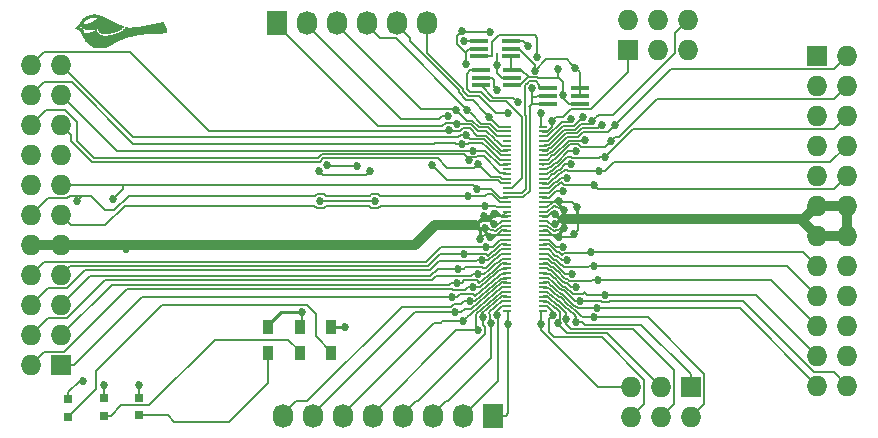
<source format=gtl>
G04 #@! TF.FileFunction,Copper,L1,Top,Signal*
%FSLAX46Y46*%
G04 Gerber Fmt 4.6, Leading zero omitted, Abs format (unit mm)*
G04 Created by KiCad (PCBNEW (2015-11-03 BZR 6296)-product) date Friday, November 27, 2015 'PMt' 12:34:22 PM*
%MOMM*%
G01*
G04 APERTURE LIST*
%ADD10C,0.100000*%
%ADD11C,0.010000*%
%ADD12R,0.700000X0.200000*%
%ADD13R,1.501140X0.398780*%
%ADD14R,1.727200X2.032000*%
%ADD15O,1.727200X2.032000*%
%ADD16R,1.727200X1.727200*%
%ADD17O,1.727200X1.727200*%
%ADD18R,0.797560X0.797560*%
%ADD19R,0.900000X1.200000*%
%ADD20C,0.685800*%
%ADD21C,0.685801*%
%ADD22C,0.203200*%
%ADD23C,0.152400*%
%ADD24C,0.254000*%
%ADD25C,0.812800*%
G04 APERTURE END LIST*
D10*
D11*
G36*
X123219423Y-90705069D02*
X123251094Y-90705572D01*
X123278725Y-90706621D01*
X123303824Y-90708340D01*
X123327893Y-90710851D01*
X123352439Y-90714276D01*
X123378967Y-90718740D01*
X123400931Y-90722815D01*
X123459786Y-90735578D01*
X123520883Y-90751645D01*
X123581336Y-90770182D01*
X123638260Y-90790354D01*
X123649639Y-90794777D01*
X123692817Y-90811970D01*
X123735192Y-90829108D01*
X123777150Y-90846370D01*
X123819080Y-90863937D01*
X123861369Y-90881989D01*
X123904404Y-90900707D01*
X123948573Y-90920271D01*
X123994265Y-90940862D01*
X124041866Y-90962659D01*
X124091764Y-90985844D01*
X124144347Y-91010597D01*
X124200003Y-91037099D01*
X124259118Y-91065528D01*
X124322082Y-91096067D01*
X124389280Y-91128896D01*
X124461102Y-91164194D01*
X124537935Y-91202143D01*
X124620166Y-91242923D01*
X124708183Y-91286714D01*
X124730903Y-91298037D01*
X124809183Y-91336981D01*
X124881702Y-91372880D01*
X124948949Y-91405961D01*
X125011415Y-91436448D01*
X125069589Y-91464567D01*
X125123962Y-91490545D01*
X125175024Y-91514606D01*
X125223265Y-91536978D01*
X125269175Y-91557885D01*
X125313244Y-91577553D01*
X125355962Y-91596208D01*
X125397819Y-91614076D01*
X125439306Y-91631382D01*
X125480912Y-91648353D01*
X125523128Y-91665213D01*
X125556403Y-91678281D01*
X125579926Y-91687518D01*
X125601319Y-91696037D01*
X125619688Y-91703473D01*
X125634143Y-91709460D01*
X125643791Y-91713635D01*
X125647732Y-91715624D01*
X125647199Y-91719719D01*
X125641987Y-91727737D01*
X125632739Y-91738968D01*
X125620100Y-91752704D01*
X125604712Y-91768236D01*
X125587219Y-91784855D01*
X125574178Y-91796657D01*
X125506199Y-91852758D01*
X125431764Y-91906253D01*
X125350994Y-91957086D01*
X125264011Y-92005200D01*
X125170938Y-92050538D01*
X125071897Y-92093043D01*
X124967009Y-92132658D01*
X124856398Y-92169327D01*
X124740185Y-92202992D01*
X124653292Y-92225296D01*
X124552697Y-92248538D01*
X124457709Y-92267867D01*
X124368081Y-92283303D01*
X124283561Y-92294868D01*
X124203901Y-92302580D01*
X124128851Y-92306462D01*
X124058163Y-92306535D01*
X123991587Y-92302818D01*
X123928874Y-92295332D01*
X123891082Y-92288660D01*
X123830450Y-92273748D01*
X123775094Y-92254367D01*
X123725086Y-92230590D01*
X123680499Y-92202491D01*
X123641404Y-92170142D01*
X123607873Y-92133617D01*
X123579979Y-92092988D01*
X123557795Y-92048329D01*
X123541392Y-91999713D01*
X123530842Y-91947214D01*
X123527903Y-91920940D01*
X123527085Y-91909833D01*
X123526149Y-91901698D01*
X123524111Y-91895994D01*
X123519991Y-91892178D01*
X123512806Y-91889710D01*
X123501575Y-91888046D01*
X123485315Y-91886646D01*
X123463045Y-91884967D01*
X123462667Y-91884937D01*
X123435115Y-91882710D01*
X123413944Y-91880816D01*
X123398491Y-91879166D01*
X123388094Y-91877673D01*
X123382090Y-91876249D01*
X123379817Y-91874807D01*
X123379918Y-91873974D01*
X123377973Y-91872665D01*
X123371139Y-91872440D01*
X123361468Y-91873114D01*
X123351010Y-91874497D01*
X123341817Y-91876403D01*
X123337431Y-91877859D01*
X123331923Y-91879376D01*
X123320616Y-91881836D01*
X123304669Y-91885008D01*
X123285241Y-91888665D01*
X123263489Y-91892578D01*
X123258056Y-91893529D01*
X123176570Y-91907036D01*
X123099154Y-91918409D01*
X123023266Y-91927987D01*
X122946367Y-91936109D01*
X122922917Y-91938294D01*
X122900487Y-91939888D01*
X122873281Y-91941121D01*
X122842652Y-91941993D01*
X122809951Y-91942504D01*
X122776529Y-91942652D01*
X122743738Y-91942438D01*
X122712930Y-91941861D01*
X122685455Y-91940920D01*
X122662666Y-91939615D01*
X122649514Y-91938402D01*
X122576686Y-91928747D01*
X122505829Y-91916860D01*
X122435068Y-91902349D01*
X122362527Y-91884822D01*
X122286331Y-91863890D01*
X122270857Y-91859368D01*
X122248243Y-91852575D01*
X122231577Y-91847222D01*
X122219982Y-91842959D01*
X122212578Y-91839438D01*
X122208490Y-91836309D01*
X122207057Y-91833968D01*
X122206091Y-91828855D01*
X122204509Y-91817561D01*
X122202410Y-91800925D01*
X122199895Y-91779783D01*
X122197063Y-91754975D01*
X122194013Y-91727338D01*
X122190918Y-91698392D01*
X122187321Y-91664399D01*
X122184435Y-91636757D01*
X122182312Y-91614791D01*
X122181001Y-91597830D01*
X122180553Y-91585198D01*
X122181018Y-91576223D01*
X122182447Y-91570230D01*
X122184890Y-91566547D01*
X122188397Y-91564499D01*
X122193018Y-91563413D01*
X122198805Y-91562615D01*
X122201091Y-91562283D01*
X122212337Y-91560254D01*
X122229389Y-91556797D01*
X122251193Y-91552151D01*
X122276700Y-91546555D01*
X122304858Y-91540249D01*
X122334615Y-91533471D01*
X122364921Y-91526461D01*
X122394725Y-91519457D01*
X122422975Y-91512700D01*
X122448620Y-91506427D01*
X122467833Y-91501593D01*
X122570462Y-91474234D01*
X122666453Y-91446397D01*
X122756213Y-91417945D01*
X122840153Y-91388742D01*
X122918680Y-91358650D01*
X122992203Y-91327534D01*
X123004056Y-91322213D01*
X123074730Y-91287760D01*
X123146700Y-91248022D01*
X123218246Y-91204092D01*
X123287648Y-91157066D01*
X123353190Y-91108037D01*
X123397403Y-91071786D01*
X123415065Y-91056423D01*
X123433398Y-91040012D01*
X123451684Y-91023244D01*
X123469206Y-91006810D01*
X123485249Y-90991401D01*
X123499095Y-90977709D01*
X123510027Y-90966424D01*
X123517329Y-90958238D01*
X123520283Y-90953841D01*
X123520219Y-90953368D01*
X123514114Y-90950119D01*
X123502137Y-90945797D01*
X123485347Y-90940663D01*
X123464801Y-90934980D01*
X123441556Y-90929011D01*
X123416670Y-90923019D01*
X123391199Y-90917265D01*
X123366201Y-90912013D01*
X123342732Y-90907526D01*
X123321852Y-90904065D01*
X123321556Y-90904021D01*
X123266513Y-90897477D01*
X123212179Y-90894423D01*
X123157039Y-90894893D01*
X123099581Y-90898923D01*
X123038289Y-90906548D01*
X123008461Y-90911261D01*
X122915204Y-90929850D01*
X122825771Y-90953707D01*
X122740377Y-90982725D01*
X122659234Y-91016797D01*
X122582557Y-91055818D01*
X122510558Y-91099681D01*
X122443451Y-91148280D01*
X122381449Y-91201509D01*
X122337949Y-91244915D01*
X122295574Y-91293556D01*
X122257536Y-91344333D01*
X122224493Y-91396230D01*
X122197105Y-91448230D01*
X122179656Y-91489355D01*
X122174680Y-91501769D01*
X122170056Y-91511937D01*
X122166789Y-91517652D01*
X122163532Y-91520958D01*
X122155631Y-91528670D01*
X122143561Y-91540334D01*
X122127793Y-91555496D01*
X122108801Y-91573704D01*
X122087057Y-91594504D01*
X122063034Y-91617442D01*
X122037205Y-91642065D01*
X122018042Y-91660309D01*
X121991341Y-91685737D01*
X121966208Y-91709712D01*
X121943104Y-91731794D01*
X121922486Y-91751540D01*
X121904813Y-91768513D01*
X121890545Y-91782270D01*
X121880139Y-91792371D01*
X121874055Y-91798376D01*
X121872607Y-91799922D01*
X121875572Y-91801699D01*
X121884384Y-91806052D01*
X121898436Y-91812701D01*
X121917123Y-91821368D01*
X121939836Y-91831773D01*
X121965972Y-91843637D01*
X121994923Y-91856683D01*
X122026083Y-91870630D01*
X122033468Y-91873923D01*
X122195126Y-91945942D01*
X122211981Y-92006214D01*
X122220094Y-92034199D01*
X122229941Y-92066534D01*
X122240916Y-92101347D01*
X122252411Y-92136762D01*
X122263817Y-92170907D01*
X122274527Y-92201907D01*
X122283511Y-92226757D01*
X122288959Y-92240443D01*
X122293479Y-92248917D01*
X122298136Y-92253733D01*
X122303830Y-92256392D01*
X122311132Y-92257558D01*
X122324453Y-92258496D01*
X122342760Y-92259209D01*
X122365020Y-92259697D01*
X122390201Y-92259965D01*
X122417269Y-92260013D01*
X122445192Y-92259845D01*
X122472937Y-92259461D01*
X122499472Y-92258866D01*
X122523763Y-92258060D01*
X122544777Y-92257046D01*
X122561319Y-92255841D01*
X122724261Y-92238212D01*
X122824139Y-92224838D01*
X122866859Y-92218400D01*
X122903678Y-92212100D01*
X122935734Y-92205624D01*
X122964167Y-92198661D01*
X122990116Y-92190899D01*
X123014721Y-92182025D01*
X123039122Y-92171727D01*
X123064457Y-92159694D01*
X123067556Y-92158147D01*
X123123115Y-92126813D01*
X123177664Y-92089211D01*
X123230233Y-92046128D01*
X123279852Y-91998353D01*
X123320314Y-91953042D01*
X123338347Y-91931319D01*
X123340748Y-91956569D01*
X123347775Y-92003991D01*
X123359681Y-92053168D01*
X123375802Y-92102224D01*
X123395477Y-92149282D01*
X123418042Y-92192463D01*
X123431719Y-92214289D01*
X123469340Y-92264006D01*
X123512141Y-92309003D01*
X123560037Y-92349251D01*
X123612937Y-92384723D01*
X123670757Y-92415389D01*
X123733406Y-92441223D01*
X123800799Y-92462197D01*
X123872848Y-92478282D01*
X123949465Y-92489451D01*
X124030562Y-92495676D01*
X124116053Y-92496929D01*
X124205848Y-92493182D01*
X124284639Y-92486139D01*
X124357782Y-92476822D01*
X124435875Y-92464509D01*
X124517621Y-92449481D01*
X124601724Y-92432024D01*
X124686887Y-92412418D01*
X124771813Y-92390949D01*
X124855205Y-92367899D01*
X124931986Y-92344745D01*
X125029460Y-92312112D01*
X125123786Y-92276670D01*
X125214613Y-92238629D01*
X125301592Y-92198203D01*
X125384372Y-92155600D01*
X125462604Y-92111034D01*
X125535937Y-92064714D01*
X125604021Y-92016853D01*
X125666506Y-91967661D01*
X125723041Y-91917350D01*
X125773278Y-91866131D01*
X125816865Y-91814215D01*
X125821516Y-91808103D01*
X125831132Y-91795676D01*
X125837892Y-91788104D01*
X125842929Y-91784422D01*
X125847377Y-91783664D01*
X125849726Y-91784079D01*
X125869163Y-91788388D01*
X125894240Y-91793070D01*
X125923568Y-91797922D01*
X125955757Y-91802737D01*
X125989415Y-91807313D01*
X126023152Y-91811443D01*
X126055578Y-91814923D01*
X126066167Y-91815932D01*
X126097905Y-91818462D01*
X126129888Y-91820184D01*
X126162791Y-91821067D01*
X126197290Y-91821080D01*
X126234060Y-91820194D01*
X126273775Y-91818377D01*
X126317113Y-91815599D01*
X126364746Y-91811829D01*
X126417352Y-91807037D01*
X126475605Y-91801192D01*
X126537125Y-91794600D01*
X126626165Y-91784237D01*
X126721639Y-91772018D01*
X126823193Y-91758007D01*
X126930469Y-91742269D01*
X127043115Y-91724868D01*
X127160774Y-91705867D01*
X127283091Y-91685332D01*
X127409712Y-91663326D01*
X127540280Y-91639914D01*
X127674441Y-91615160D01*
X127811840Y-91589128D01*
X127952121Y-91561882D01*
X128094930Y-91533486D01*
X128239911Y-91504006D01*
X128386709Y-91473505D01*
X128534969Y-91442046D01*
X128684335Y-91409696D01*
X128771972Y-91390408D01*
X128816466Y-91380554D01*
X128854684Y-91372267D01*
X128887258Y-91365680D01*
X128914823Y-91360928D01*
X128938011Y-91358146D01*
X128957455Y-91357468D01*
X128973788Y-91359028D01*
X128987642Y-91362962D01*
X128999652Y-91369404D01*
X129010449Y-91378488D01*
X129020667Y-91390348D01*
X129030938Y-91405120D01*
X129041896Y-91422938D01*
X129054174Y-91443936D01*
X129058453Y-91451295D01*
X129095722Y-91517072D01*
X129130654Y-91582322D01*
X129162855Y-91646214D01*
X129191929Y-91707915D01*
X129217481Y-91766594D01*
X129239117Y-91821419D01*
X129252982Y-91860859D01*
X129268442Y-91913272D01*
X129279158Y-91962184D01*
X129285158Y-92007367D01*
X129286469Y-92048594D01*
X129283119Y-92085635D01*
X129275134Y-92118262D01*
X129262543Y-92146247D01*
X129245372Y-92169362D01*
X129223649Y-92187378D01*
X129213124Y-92193395D01*
X129202991Y-92198154D01*
X129191941Y-92202524D01*
X129179615Y-92206533D01*
X129165657Y-92210209D01*
X129149709Y-92213581D01*
X129131413Y-92216677D01*
X129110414Y-92219524D01*
X129086352Y-92222152D01*
X129058872Y-92224587D01*
X129027615Y-92226859D01*
X128992225Y-92228995D01*
X128952343Y-92231023D01*
X128907613Y-92232973D01*
X128857677Y-92234871D01*
X128802178Y-92236746D01*
X128740759Y-92238626D01*
X128673062Y-92240540D01*
X128598731Y-92242515D01*
X128585000Y-92242869D01*
X128462923Y-92246207D01*
X128347344Y-92249786D01*
X128237707Y-92253639D01*
X128133456Y-92257794D01*
X128034037Y-92262284D01*
X127938895Y-92267138D01*
X127847474Y-92272388D01*
X127759219Y-92278064D01*
X127673574Y-92284196D01*
X127589985Y-92290816D01*
X127507897Y-92297954D01*
X127426754Y-92305640D01*
X127399667Y-92308345D01*
X127270967Y-92322177D01*
X127146502Y-92337273D01*
X127025523Y-92353805D01*
X126907281Y-92371941D01*
X126791028Y-92391851D01*
X126676016Y-92413705D01*
X126561496Y-92437671D01*
X126446721Y-92463920D01*
X126330941Y-92492620D01*
X126213408Y-92523942D01*
X126093373Y-92558054D01*
X125970090Y-92595127D01*
X125842808Y-92635329D01*
X125710780Y-92678830D01*
X125605792Y-92714551D01*
X125555932Y-92732059D01*
X125508400Y-92749485D01*
X125462527Y-92767150D01*
X125417643Y-92785374D01*
X125373080Y-92804476D01*
X125328167Y-92824779D01*
X125282235Y-92846601D01*
X125234615Y-92870263D01*
X125184637Y-92896085D01*
X125131633Y-92924388D01*
X125074932Y-92955492D01*
X125013865Y-92989717D01*
X124947763Y-93027384D01*
X124926694Y-93039493D01*
X124868073Y-93073223D01*
X124815102Y-93103651D01*
X124767334Y-93131025D01*
X124724321Y-93155591D01*
X124685616Y-93177596D01*
X124650771Y-93197287D01*
X124619338Y-93214910D01*
X124590870Y-93230714D01*
X124564919Y-93244944D01*
X124541037Y-93257848D01*
X124518777Y-93269672D01*
X124497692Y-93280664D01*
X124477332Y-93291070D01*
X124457252Y-93301138D01*
X124437003Y-93311113D01*
X124416138Y-93321244D01*
X124414306Y-93322128D01*
X124346867Y-93353565D01*
X124283250Y-93380819D01*
X124222082Y-93404282D01*
X124161992Y-93424345D01*
X124101609Y-93441402D01*
X124039560Y-93455844D01*
X123974474Y-93468064D01*
X123904978Y-93478454D01*
X123840139Y-93486279D01*
X123799152Y-93490039D01*
X123753206Y-93492999D01*
X123704358Y-93495105D01*
X123654663Y-93496301D01*
X123606179Y-93496532D01*
X123560962Y-93495744D01*
X123531458Y-93494508D01*
X123451912Y-93487865D01*
X123371456Y-93476743D01*
X123291278Y-93461443D01*
X123212567Y-93442263D01*
X123136511Y-93419501D01*
X123064298Y-93393456D01*
X122997116Y-93364427D01*
X122979008Y-93355625D01*
X122898028Y-93311372D01*
X122818806Y-93260408D01*
X122741482Y-93202893D01*
X122666195Y-93138983D01*
X122593086Y-93068836D01*
X122522295Y-92992610D01*
X122453960Y-92910463D01*
X122388223Y-92822552D01*
X122325222Y-92729036D01*
X122265097Y-92630070D01*
X122207989Y-92525814D01*
X122162897Y-92435201D01*
X122144559Y-92395287D01*
X122126937Y-92353922D01*
X122109526Y-92309814D01*
X122091819Y-92261672D01*
X122073310Y-92208204D01*
X122068965Y-92195250D01*
X122061296Y-92171804D01*
X122053193Y-92146214D01*
X122045008Y-92119673D01*
X122037093Y-92093373D01*
X122029801Y-92068508D01*
X122023485Y-92046269D01*
X122018496Y-92027848D01*
X122015187Y-92014440D01*
X122014378Y-92010558D01*
X122012209Y-91998996D01*
X121807595Y-91916428D01*
X121771615Y-91901883D01*
X121737607Y-91888085D01*
X121706132Y-91875266D01*
X121677748Y-91863654D01*
X121653014Y-91853480D01*
X121632490Y-91844974D01*
X121616734Y-91838367D01*
X121606307Y-91833889D01*
X121601768Y-91831769D01*
X121601619Y-91831656D01*
X121603960Y-91829006D01*
X121611162Y-91822050D01*
X121622812Y-91811163D01*
X121638495Y-91796724D01*
X121657797Y-91779108D01*
X121680304Y-91758694D01*
X121705601Y-91735859D01*
X121733274Y-91710979D01*
X121762909Y-91684432D01*
X121788286Y-91661769D01*
X121824302Y-91629640D01*
X121855416Y-91601846D01*
X121881998Y-91578033D01*
X121904415Y-91557848D01*
X121923038Y-91540935D01*
X121938235Y-91526942D01*
X121950376Y-91515513D01*
X121959830Y-91506294D01*
X121966965Y-91498931D01*
X121972152Y-91493071D01*
X121975759Y-91488358D01*
X121978156Y-91484439D01*
X121979712Y-91480959D01*
X121980795Y-91477565D01*
X121980979Y-91476897D01*
X121987388Y-91456348D01*
X121996490Y-91431398D01*
X122007560Y-91403816D01*
X122019874Y-91375375D01*
X122032705Y-91347843D01*
X122039300Y-91334554D01*
X122071749Y-91276345D01*
X122108977Y-91220220D01*
X122151666Y-91165249D01*
X122200499Y-91110502D01*
X122213642Y-91096849D01*
X122269151Y-91043310D01*
X122326431Y-90994827D01*
X122386685Y-90950531D01*
X122451117Y-90909557D01*
X122520931Y-90871037D01*
X122541917Y-90860420D01*
X122609971Y-90828548D01*
X122677985Y-90800713D01*
X122747187Y-90776541D01*
X122818807Y-90755659D01*
X122894072Y-90737692D01*
X122974212Y-90722268D01*
X123020680Y-90714752D01*
X123040516Y-90711832D01*
X123057844Y-90709566D01*
X123074061Y-90707870D01*
X123090562Y-90706659D01*
X123108742Y-90705848D01*
X123129998Y-90705355D01*
X123155724Y-90705094D01*
X123182208Y-90704991D01*
X123219423Y-90705069D01*
X123219423Y-90705069D01*
G37*
X123219423Y-90705069D02*
X123251094Y-90705572D01*
X123278725Y-90706621D01*
X123303824Y-90708340D01*
X123327893Y-90710851D01*
X123352439Y-90714276D01*
X123378967Y-90718740D01*
X123400931Y-90722815D01*
X123459786Y-90735578D01*
X123520883Y-90751645D01*
X123581336Y-90770182D01*
X123638260Y-90790354D01*
X123649639Y-90794777D01*
X123692817Y-90811970D01*
X123735192Y-90829108D01*
X123777150Y-90846370D01*
X123819080Y-90863937D01*
X123861369Y-90881989D01*
X123904404Y-90900707D01*
X123948573Y-90920271D01*
X123994265Y-90940862D01*
X124041866Y-90962659D01*
X124091764Y-90985844D01*
X124144347Y-91010597D01*
X124200003Y-91037099D01*
X124259118Y-91065528D01*
X124322082Y-91096067D01*
X124389280Y-91128896D01*
X124461102Y-91164194D01*
X124537935Y-91202143D01*
X124620166Y-91242923D01*
X124708183Y-91286714D01*
X124730903Y-91298037D01*
X124809183Y-91336981D01*
X124881702Y-91372880D01*
X124948949Y-91405961D01*
X125011415Y-91436448D01*
X125069589Y-91464567D01*
X125123962Y-91490545D01*
X125175024Y-91514606D01*
X125223265Y-91536978D01*
X125269175Y-91557885D01*
X125313244Y-91577553D01*
X125355962Y-91596208D01*
X125397819Y-91614076D01*
X125439306Y-91631382D01*
X125480912Y-91648353D01*
X125523128Y-91665213D01*
X125556403Y-91678281D01*
X125579926Y-91687518D01*
X125601319Y-91696037D01*
X125619688Y-91703473D01*
X125634143Y-91709460D01*
X125643791Y-91713635D01*
X125647732Y-91715624D01*
X125647199Y-91719719D01*
X125641987Y-91727737D01*
X125632739Y-91738968D01*
X125620100Y-91752704D01*
X125604712Y-91768236D01*
X125587219Y-91784855D01*
X125574178Y-91796657D01*
X125506199Y-91852758D01*
X125431764Y-91906253D01*
X125350994Y-91957086D01*
X125264011Y-92005200D01*
X125170938Y-92050538D01*
X125071897Y-92093043D01*
X124967009Y-92132658D01*
X124856398Y-92169327D01*
X124740185Y-92202992D01*
X124653292Y-92225296D01*
X124552697Y-92248538D01*
X124457709Y-92267867D01*
X124368081Y-92283303D01*
X124283561Y-92294868D01*
X124203901Y-92302580D01*
X124128851Y-92306462D01*
X124058163Y-92306535D01*
X123991587Y-92302818D01*
X123928874Y-92295332D01*
X123891082Y-92288660D01*
X123830450Y-92273748D01*
X123775094Y-92254367D01*
X123725086Y-92230590D01*
X123680499Y-92202491D01*
X123641404Y-92170142D01*
X123607873Y-92133617D01*
X123579979Y-92092988D01*
X123557795Y-92048329D01*
X123541392Y-91999713D01*
X123530842Y-91947214D01*
X123527903Y-91920940D01*
X123527085Y-91909833D01*
X123526149Y-91901698D01*
X123524111Y-91895994D01*
X123519991Y-91892178D01*
X123512806Y-91889710D01*
X123501575Y-91888046D01*
X123485315Y-91886646D01*
X123463045Y-91884967D01*
X123462667Y-91884937D01*
X123435115Y-91882710D01*
X123413944Y-91880816D01*
X123398491Y-91879166D01*
X123388094Y-91877673D01*
X123382090Y-91876249D01*
X123379817Y-91874807D01*
X123379918Y-91873974D01*
X123377973Y-91872665D01*
X123371139Y-91872440D01*
X123361468Y-91873114D01*
X123351010Y-91874497D01*
X123341817Y-91876403D01*
X123337431Y-91877859D01*
X123331923Y-91879376D01*
X123320616Y-91881836D01*
X123304669Y-91885008D01*
X123285241Y-91888665D01*
X123263489Y-91892578D01*
X123258056Y-91893529D01*
X123176570Y-91907036D01*
X123099154Y-91918409D01*
X123023266Y-91927987D01*
X122946367Y-91936109D01*
X122922917Y-91938294D01*
X122900487Y-91939888D01*
X122873281Y-91941121D01*
X122842652Y-91941993D01*
X122809951Y-91942504D01*
X122776529Y-91942652D01*
X122743738Y-91942438D01*
X122712930Y-91941861D01*
X122685455Y-91940920D01*
X122662666Y-91939615D01*
X122649514Y-91938402D01*
X122576686Y-91928747D01*
X122505829Y-91916860D01*
X122435068Y-91902349D01*
X122362527Y-91884822D01*
X122286331Y-91863890D01*
X122270857Y-91859368D01*
X122248243Y-91852575D01*
X122231577Y-91847222D01*
X122219982Y-91842959D01*
X122212578Y-91839438D01*
X122208490Y-91836309D01*
X122207057Y-91833968D01*
X122206091Y-91828855D01*
X122204509Y-91817561D01*
X122202410Y-91800925D01*
X122199895Y-91779783D01*
X122197063Y-91754975D01*
X122194013Y-91727338D01*
X122190918Y-91698392D01*
X122187321Y-91664399D01*
X122184435Y-91636757D01*
X122182312Y-91614791D01*
X122181001Y-91597830D01*
X122180553Y-91585198D01*
X122181018Y-91576223D01*
X122182447Y-91570230D01*
X122184890Y-91566547D01*
X122188397Y-91564499D01*
X122193018Y-91563413D01*
X122198805Y-91562615D01*
X122201091Y-91562283D01*
X122212337Y-91560254D01*
X122229389Y-91556797D01*
X122251193Y-91552151D01*
X122276700Y-91546555D01*
X122304858Y-91540249D01*
X122334615Y-91533471D01*
X122364921Y-91526461D01*
X122394725Y-91519457D01*
X122422975Y-91512700D01*
X122448620Y-91506427D01*
X122467833Y-91501593D01*
X122570462Y-91474234D01*
X122666453Y-91446397D01*
X122756213Y-91417945D01*
X122840153Y-91388742D01*
X122918680Y-91358650D01*
X122992203Y-91327534D01*
X123004056Y-91322213D01*
X123074730Y-91287760D01*
X123146700Y-91248022D01*
X123218246Y-91204092D01*
X123287648Y-91157066D01*
X123353190Y-91108037D01*
X123397403Y-91071786D01*
X123415065Y-91056423D01*
X123433398Y-91040012D01*
X123451684Y-91023244D01*
X123469206Y-91006810D01*
X123485249Y-90991401D01*
X123499095Y-90977709D01*
X123510027Y-90966424D01*
X123517329Y-90958238D01*
X123520283Y-90953841D01*
X123520219Y-90953368D01*
X123514114Y-90950119D01*
X123502137Y-90945797D01*
X123485347Y-90940663D01*
X123464801Y-90934980D01*
X123441556Y-90929011D01*
X123416670Y-90923019D01*
X123391199Y-90917265D01*
X123366201Y-90912013D01*
X123342732Y-90907526D01*
X123321852Y-90904065D01*
X123321556Y-90904021D01*
X123266513Y-90897477D01*
X123212179Y-90894423D01*
X123157039Y-90894893D01*
X123099581Y-90898923D01*
X123038289Y-90906548D01*
X123008461Y-90911261D01*
X122915204Y-90929850D01*
X122825771Y-90953707D01*
X122740377Y-90982725D01*
X122659234Y-91016797D01*
X122582557Y-91055818D01*
X122510558Y-91099681D01*
X122443451Y-91148280D01*
X122381449Y-91201509D01*
X122337949Y-91244915D01*
X122295574Y-91293556D01*
X122257536Y-91344333D01*
X122224493Y-91396230D01*
X122197105Y-91448230D01*
X122179656Y-91489355D01*
X122174680Y-91501769D01*
X122170056Y-91511937D01*
X122166789Y-91517652D01*
X122163532Y-91520958D01*
X122155631Y-91528670D01*
X122143561Y-91540334D01*
X122127793Y-91555496D01*
X122108801Y-91573704D01*
X122087057Y-91594504D01*
X122063034Y-91617442D01*
X122037205Y-91642065D01*
X122018042Y-91660309D01*
X121991341Y-91685737D01*
X121966208Y-91709712D01*
X121943104Y-91731794D01*
X121922486Y-91751540D01*
X121904813Y-91768513D01*
X121890545Y-91782270D01*
X121880139Y-91792371D01*
X121874055Y-91798376D01*
X121872607Y-91799922D01*
X121875572Y-91801699D01*
X121884384Y-91806052D01*
X121898436Y-91812701D01*
X121917123Y-91821368D01*
X121939836Y-91831773D01*
X121965972Y-91843637D01*
X121994923Y-91856683D01*
X122026083Y-91870630D01*
X122033468Y-91873923D01*
X122195126Y-91945942D01*
X122211981Y-92006214D01*
X122220094Y-92034199D01*
X122229941Y-92066534D01*
X122240916Y-92101347D01*
X122252411Y-92136762D01*
X122263817Y-92170907D01*
X122274527Y-92201907D01*
X122283511Y-92226757D01*
X122288959Y-92240443D01*
X122293479Y-92248917D01*
X122298136Y-92253733D01*
X122303830Y-92256392D01*
X122311132Y-92257558D01*
X122324453Y-92258496D01*
X122342760Y-92259209D01*
X122365020Y-92259697D01*
X122390201Y-92259965D01*
X122417269Y-92260013D01*
X122445192Y-92259845D01*
X122472937Y-92259461D01*
X122499472Y-92258866D01*
X122523763Y-92258060D01*
X122544777Y-92257046D01*
X122561319Y-92255841D01*
X122724261Y-92238212D01*
X122824139Y-92224838D01*
X122866859Y-92218400D01*
X122903678Y-92212100D01*
X122935734Y-92205624D01*
X122964167Y-92198661D01*
X122990116Y-92190899D01*
X123014721Y-92182025D01*
X123039122Y-92171727D01*
X123064457Y-92159694D01*
X123067556Y-92158147D01*
X123123115Y-92126813D01*
X123177664Y-92089211D01*
X123230233Y-92046128D01*
X123279852Y-91998353D01*
X123320314Y-91953042D01*
X123338347Y-91931319D01*
X123340748Y-91956569D01*
X123347775Y-92003991D01*
X123359681Y-92053168D01*
X123375802Y-92102224D01*
X123395477Y-92149282D01*
X123418042Y-92192463D01*
X123431719Y-92214289D01*
X123469340Y-92264006D01*
X123512141Y-92309003D01*
X123560037Y-92349251D01*
X123612937Y-92384723D01*
X123670757Y-92415389D01*
X123733406Y-92441223D01*
X123800799Y-92462197D01*
X123872848Y-92478282D01*
X123949465Y-92489451D01*
X124030562Y-92495676D01*
X124116053Y-92496929D01*
X124205848Y-92493182D01*
X124284639Y-92486139D01*
X124357782Y-92476822D01*
X124435875Y-92464509D01*
X124517621Y-92449481D01*
X124601724Y-92432024D01*
X124686887Y-92412418D01*
X124771813Y-92390949D01*
X124855205Y-92367899D01*
X124931986Y-92344745D01*
X125029460Y-92312112D01*
X125123786Y-92276670D01*
X125214613Y-92238629D01*
X125301592Y-92198203D01*
X125384372Y-92155600D01*
X125462604Y-92111034D01*
X125535937Y-92064714D01*
X125604021Y-92016853D01*
X125666506Y-91967661D01*
X125723041Y-91917350D01*
X125773278Y-91866131D01*
X125816865Y-91814215D01*
X125821516Y-91808103D01*
X125831132Y-91795676D01*
X125837892Y-91788104D01*
X125842929Y-91784422D01*
X125847377Y-91783664D01*
X125849726Y-91784079D01*
X125869163Y-91788388D01*
X125894240Y-91793070D01*
X125923568Y-91797922D01*
X125955757Y-91802737D01*
X125989415Y-91807313D01*
X126023152Y-91811443D01*
X126055578Y-91814923D01*
X126066167Y-91815932D01*
X126097905Y-91818462D01*
X126129888Y-91820184D01*
X126162791Y-91821067D01*
X126197290Y-91821080D01*
X126234060Y-91820194D01*
X126273775Y-91818377D01*
X126317113Y-91815599D01*
X126364746Y-91811829D01*
X126417352Y-91807037D01*
X126475605Y-91801192D01*
X126537125Y-91794600D01*
X126626165Y-91784237D01*
X126721639Y-91772018D01*
X126823193Y-91758007D01*
X126930469Y-91742269D01*
X127043115Y-91724868D01*
X127160774Y-91705867D01*
X127283091Y-91685332D01*
X127409712Y-91663326D01*
X127540280Y-91639914D01*
X127674441Y-91615160D01*
X127811840Y-91589128D01*
X127952121Y-91561882D01*
X128094930Y-91533486D01*
X128239911Y-91504006D01*
X128386709Y-91473505D01*
X128534969Y-91442046D01*
X128684335Y-91409696D01*
X128771972Y-91390408D01*
X128816466Y-91380554D01*
X128854684Y-91372267D01*
X128887258Y-91365680D01*
X128914823Y-91360928D01*
X128938011Y-91358146D01*
X128957455Y-91357468D01*
X128973788Y-91359028D01*
X128987642Y-91362962D01*
X128999652Y-91369404D01*
X129010449Y-91378488D01*
X129020667Y-91390348D01*
X129030938Y-91405120D01*
X129041896Y-91422938D01*
X129054174Y-91443936D01*
X129058453Y-91451295D01*
X129095722Y-91517072D01*
X129130654Y-91582322D01*
X129162855Y-91646214D01*
X129191929Y-91707915D01*
X129217481Y-91766594D01*
X129239117Y-91821419D01*
X129252982Y-91860859D01*
X129268442Y-91913272D01*
X129279158Y-91962184D01*
X129285158Y-92007367D01*
X129286469Y-92048594D01*
X129283119Y-92085635D01*
X129275134Y-92118262D01*
X129262543Y-92146247D01*
X129245372Y-92169362D01*
X129223649Y-92187378D01*
X129213124Y-92193395D01*
X129202991Y-92198154D01*
X129191941Y-92202524D01*
X129179615Y-92206533D01*
X129165657Y-92210209D01*
X129149709Y-92213581D01*
X129131413Y-92216677D01*
X129110414Y-92219524D01*
X129086352Y-92222152D01*
X129058872Y-92224587D01*
X129027615Y-92226859D01*
X128992225Y-92228995D01*
X128952343Y-92231023D01*
X128907613Y-92232973D01*
X128857677Y-92234871D01*
X128802178Y-92236746D01*
X128740759Y-92238626D01*
X128673062Y-92240540D01*
X128598731Y-92242515D01*
X128585000Y-92242869D01*
X128462923Y-92246207D01*
X128347344Y-92249786D01*
X128237707Y-92253639D01*
X128133456Y-92257794D01*
X128034037Y-92262284D01*
X127938895Y-92267138D01*
X127847474Y-92272388D01*
X127759219Y-92278064D01*
X127673574Y-92284196D01*
X127589985Y-92290816D01*
X127507897Y-92297954D01*
X127426754Y-92305640D01*
X127399667Y-92308345D01*
X127270967Y-92322177D01*
X127146502Y-92337273D01*
X127025523Y-92353805D01*
X126907281Y-92371941D01*
X126791028Y-92391851D01*
X126676016Y-92413705D01*
X126561496Y-92437671D01*
X126446721Y-92463920D01*
X126330941Y-92492620D01*
X126213408Y-92523942D01*
X126093373Y-92558054D01*
X125970090Y-92595127D01*
X125842808Y-92635329D01*
X125710780Y-92678830D01*
X125605792Y-92714551D01*
X125555932Y-92732059D01*
X125508400Y-92749485D01*
X125462527Y-92767150D01*
X125417643Y-92785374D01*
X125373080Y-92804476D01*
X125328167Y-92824779D01*
X125282235Y-92846601D01*
X125234615Y-92870263D01*
X125184637Y-92896085D01*
X125131633Y-92924388D01*
X125074932Y-92955492D01*
X125013865Y-92989717D01*
X124947763Y-93027384D01*
X124926694Y-93039493D01*
X124868073Y-93073223D01*
X124815102Y-93103651D01*
X124767334Y-93131025D01*
X124724321Y-93155591D01*
X124685616Y-93177596D01*
X124650771Y-93197287D01*
X124619338Y-93214910D01*
X124590870Y-93230714D01*
X124564919Y-93244944D01*
X124541037Y-93257848D01*
X124518777Y-93269672D01*
X124497692Y-93280664D01*
X124477332Y-93291070D01*
X124457252Y-93301138D01*
X124437003Y-93311113D01*
X124416138Y-93321244D01*
X124414306Y-93322128D01*
X124346867Y-93353565D01*
X124283250Y-93380819D01*
X124222082Y-93404282D01*
X124161992Y-93424345D01*
X124101609Y-93441402D01*
X124039560Y-93455844D01*
X123974474Y-93468064D01*
X123904978Y-93478454D01*
X123840139Y-93486279D01*
X123799152Y-93490039D01*
X123753206Y-93492999D01*
X123704358Y-93495105D01*
X123654663Y-93496301D01*
X123606179Y-93496532D01*
X123560962Y-93495744D01*
X123531458Y-93494508D01*
X123451912Y-93487865D01*
X123371456Y-93476743D01*
X123291278Y-93461443D01*
X123212567Y-93442263D01*
X123136511Y-93419501D01*
X123064298Y-93393456D01*
X122997116Y-93364427D01*
X122979008Y-93355625D01*
X122898028Y-93311372D01*
X122818806Y-93260408D01*
X122741482Y-93202893D01*
X122666195Y-93138983D01*
X122593086Y-93068836D01*
X122522295Y-92992610D01*
X122453960Y-92910463D01*
X122388223Y-92822552D01*
X122325222Y-92729036D01*
X122265097Y-92630070D01*
X122207989Y-92525814D01*
X122162897Y-92435201D01*
X122144559Y-92395287D01*
X122126937Y-92353922D01*
X122109526Y-92309814D01*
X122091819Y-92261672D01*
X122073310Y-92208204D01*
X122068965Y-92195250D01*
X122061296Y-92171804D01*
X122053193Y-92146214D01*
X122045008Y-92119673D01*
X122037093Y-92093373D01*
X122029801Y-92068508D01*
X122023485Y-92046269D01*
X122018496Y-92027848D01*
X122015187Y-92014440D01*
X122014378Y-92010558D01*
X122012209Y-91998996D01*
X121807595Y-91916428D01*
X121771615Y-91901883D01*
X121737607Y-91888085D01*
X121706132Y-91875266D01*
X121677748Y-91863654D01*
X121653014Y-91853480D01*
X121632490Y-91844974D01*
X121616734Y-91838367D01*
X121606307Y-91833889D01*
X121601768Y-91831769D01*
X121601619Y-91831656D01*
X121603960Y-91829006D01*
X121611162Y-91822050D01*
X121622812Y-91811163D01*
X121638495Y-91796724D01*
X121657797Y-91779108D01*
X121680304Y-91758694D01*
X121705601Y-91735859D01*
X121733274Y-91710979D01*
X121762909Y-91684432D01*
X121788286Y-91661769D01*
X121824302Y-91629640D01*
X121855416Y-91601846D01*
X121881998Y-91578033D01*
X121904415Y-91557848D01*
X121923038Y-91540935D01*
X121938235Y-91526942D01*
X121950376Y-91515513D01*
X121959830Y-91506294D01*
X121966965Y-91498931D01*
X121972152Y-91493071D01*
X121975759Y-91488358D01*
X121978156Y-91484439D01*
X121979712Y-91480959D01*
X121980795Y-91477565D01*
X121980979Y-91476897D01*
X121987388Y-91456348D01*
X121996490Y-91431398D01*
X122007560Y-91403816D01*
X122019874Y-91375375D01*
X122032705Y-91347843D01*
X122039300Y-91334554D01*
X122071749Y-91276345D01*
X122108977Y-91220220D01*
X122151666Y-91165249D01*
X122200499Y-91110502D01*
X122213642Y-91096849D01*
X122269151Y-91043310D01*
X122326431Y-90994827D01*
X122386685Y-90950531D01*
X122451117Y-90909557D01*
X122520931Y-90871037D01*
X122541917Y-90860420D01*
X122609971Y-90828548D01*
X122677985Y-90800713D01*
X122747187Y-90776541D01*
X122818807Y-90755659D01*
X122894072Y-90737692D01*
X122974212Y-90722268D01*
X123020680Y-90714752D01*
X123040516Y-90711832D01*
X123057844Y-90709566D01*
X123074061Y-90707870D01*
X123090562Y-90706659D01*
X123108742Y-90705848D01*
X123129998Y-90705355D01*
X123155724Y-90705094D01*
X123182208Y-90704991D01*
X123219423Y-90705069D01*
D12*
X161190000Y-100200000D03*
X161190000Y-100600000D03*
X161190000Y-101000000D03*
X161190000Y-101400000D03*
X161190000Y-101800000D03*
X161190000Y-102200000D03*
X161190000Y-102600000D03*
X161190000Y-103000000D03*
X161190000Y-103400000D03*
X161190000Y-103800000D03*
X161190000Y-107800000D03*
X161190000Y-107400000D03*
X161190000Y-107000000D03*
X161190000Y-106600000D03*
X161190000Y-106200000D03*
X161190000Y-105800000D03*
X161190000Y-105400000D03*
X161190000Y-105000000D03*
X161190000Y-104600000D03*
X161190000Y-104200000D03*
X161190000Y-108200000D03*
X161190000Y-108600000D03*
X161190000Y-109000000D03*
X161190000Y-109400000D03*
X161190000Y-109800000D03*
X161190000Y-110200000D03*
X161190000Y-110600000D03*
X161190000Y-111000000D03*
X161190000Y-111400000D03*
X161190000Y-111800000D03*
X161190000Y-115800000D03*
X161190000Y-115400000D03*
X161190000Y-115000000D03*
X161190000Y-114600000D03*
X161190000Y-114200000D03*
X161190000Y-113800000D03*
X161190000Y-113400000D03*
X161190000Y-113000000D03*
X161190000Y-112600000D03*
X161190000Y-112200000D03*
X158110000Y-112200000D03*
X158110000Y-112600000D03*
X158110000Y-113000000D03*
X158110000Y-113400000D03*
X158110000Y-113800000D03*
X158110000Y-114200000D03*
X158110000Y-114600000D03*
X158110000Y-115000000D03*
X158110000Y-115400000D03*
X158110000Y-115800000D03*
X158110000Y-111800000D03*
X158110000Y-111400000D03*
X158110000Y-111000000D03*
X158110000Y-110600000D03*
X158110000Y-110200000D03*
X158110000Y-109800000D03*
X158110000Y-109400000D03*
X158110000Y-109000000D03*
X158110000Y-108600000D03*
X158110000Y-108200000D03*
X158110000Y-104200000D03*
X158110000Y-104600000D03*
X158110000Y-105000000D03*
X158110000Y-105400000D03*
X158110000Y-105800000D03*
X158110000Y-106200000D03*
X158110000Y-106600000D03*
X158110000Y-107000000D03*
X158110000Y-107400000D03*
X158110000Y-107800000D03*
X158110000Y-103800000D03*
X158110000Y-103400000D03*
X158110000Y-103000000D03*
X158110000Y-102600000D03*
X158110000Y-102200000D03*
X158110000Y-101800000D03*
X158110000Y-101400000D03*
X158110000Y-101000000D03*
X158110000Y-100600000D03*
X158110000Y-100200000D03*
D13*
X158461920Y-94250000D03*
X158461920Y-93599760D03*
X158461920Y-92949520D03*
X155800000Y-92949520D03*
X155800000Y-93599760D03*
X155800000Y-94250000D03*
X164300000Y-98250000D03*
X164300000Y-97599760D03*
X164300000Y-96949520D03*
X161638080Y-96949520D03*
X161638080Y-97599760D03*
X161638080Y-98250000D03*
X158611920Y-96700000D03*
X158611920Y-96049760D03*
X158611920Y-95399520D03*
X155950000Y-95399520D03*
X155950000Y-96049760D03*
X155950000Y-96700000D03*
D14*
X156972000Y-124663200D03*
D15*
X154432000Y-124663200D03*
X151892000Y-124663200D03*
X149352000Y-124663200D03*
X146812000Y-124663200D03*
X144272000Y-124663200D03*
X141732000Y-124663200D03*
X139192000Y-124663200D03*
D14*
X138684000Y-91440000D03*
D15*
X141224000Y-91440000D03*
X143764000Y-91440000D03*
X146304000Y-91440000D03*
X148844000Y-91440000D03*
X151384000Y-91440000D03*
D16*
X120396000Y-120396000D03*
D17*
X117856000Y-120396000D03*
X120396000Y-117856000D03*
X117856000Y-117856000D03*
X120396000Y-115316000D03*
X117856000Y-115316000D03*
X120396000Y-112776000D03*
X117856000Y-112776000D03*
X120396000Y-110236000D03*
X117856000Y-110236000D03*
X120396000Y-107696000D03*
X117856000Y-107696000D03*
X120396000Y-105156000D03*
X117856000Y-105156000D03*
X120396000Y-102616000D03*
X117856000Y-102616000D03*
X120396000Y-100076000D03*
X117856000Y-100076000D03*
X120396000Y-97536000D03*
X117856000Y-97536000D03*
X120396000Y-94996000D03*
X117856000Y-94996000D03*
D16*
X184404000Y-94183200D03*
D17*
X186944000Y-94183200D03*
X184404000Y-96723200D03*
X186944000Y-96723200D03*
X184404000Y-99263200D03*
X186944000Y-99263200D03*
X184404000Y-101803200D03*
X186944000Y-101803200D03*
X184404000Y-104343200D03*
X186944000Y-104343200D03*
X184404000Y-106883200D03*
X186944000Y-106883200D03*
X184404000Y-109423200D03*
X186944000Y-109423200D03*
X184404000Y-111963200D03*
X186944000Y-111963200D03*
X184404000Y-114503200D03*
X186944000Y-114503200D03*
X184404000Y-117043200D03*
X186944000Y-117043200D03*
X184404000Y-119583200D03*
X186944000Y-119583200D03*
X184404000Y-122123200D03*
X186944000Y-122123200D03*
D16*
X168402000Y-93726000D03*
D17*
X168402000Y-91186000D03*
X170942000Y-93726000D03*
X170942000Y-91186000D03*
X173482000Y-93726000D03*
X173482000Y-91186000D03*
D16*
X173736000Y-122224800D03*
D17*
X173736000Y-124764800D03*
X171196000Y-122224800D03*
X171196000Y-124764800D03*
X168656000Y-122224800D03*
X168656000Y-124764800D03*
D18*
X127000000Y-123151900D03*
X127000000Y-124650500D03*
X124000000Y-123164600D03*
X124000000Y-124663200D03*
X121000000Y-123250700D03*
X121000000Y-124749300D03*
D19*
X137922000Y-119362400D03*
X137922000Y-117162400D03*
X140620000Y-119390000D03*
X140620000Y-117190000D03*
X143256000Y-119395600D03*
X143256000Y-117195600D03*
D20*
X142310000Y-106500000D03*
X146950000Y-106520000D03*
X162883962Y-97548669D03*
X162500000Y-95300000D03*
X140830000Y-115920000D03*
X144450000Y-117150000D03*
X163934065Y-95215229D03*
D21*
X163830000Y-109270810D03*
X164058208Y-106967980D03*
X162579214Y-106491109D03*
X162993938Y-107218712D03*
X162237982Y-107581100D03*
X162237982Y-108419301D03*
X162993938Y-108781689D03*
X162579214Y-109509292D03*
D20*
X160500000Y-95450000D03*
X157300000Y-95000000D03*
X146540000Y-103924120D03*
X142200000Y-103920000D03*
X159100000Y-98150000D03*
X159950000Y-93400000D03*
X151790989Y-103434136D03*
X154500000Y-92950000D03*
X124800000Y-106320000D03*
X124000000Y-122100000D03*
D21*
X155589805Y-105471395D03*
D20*
X154325068Y-92130246D03*
X160303087Y-96914049D03*
X157300000Y-97100000D03*
X156750000Y-92200000D03*
X154650000Y-94900000D03*
X145413264Y-103516540D03*
X142940000Y-103434136D03*
X160729126Y-94320874D03*
D21*
X153919056Y-100000853D03*
D20*
X153454202Y-114590804D03*
D21*
X155299763Y-113793840D03*
X153873962Y-113412043D03*
X155727610Y-112671825D03*
X154026245Y-112218220D03*
X156055702Y-111531180D03*
X154490505Y-110989682D03*
X156402417Y-110392762D03*
D20*
X125920002Y-110540000D03*
D21*
X155871011Y-109744529D03*
X156179061Y-107808048D03*
D20*
X127000000Y-122100000D03*
D21*
X157062650Y-107581100D03*
X157062650Y-108419301D03*
X156306694Y-108781689D03*
X156721418Y-109509292D03*
X156320021Y-106910513D03*
D20*
X121770000Y-106520000D03*
X122260000Y-121710000D03*
D21*
X154838400Y-106070400D03*
X155714769Y-103348701D03*
X154929039Y-102987157D03*
X155283703Y-102227594D03*
X154326150Y-101630674D03*
X154699335Y-100880119D03*
X153217991Y-100462585D03*
X158255617Y-116945501D03*
X157265015Y-116147324D03*
X156788823Y-116834445D03*
X156134258Y-116308281D03*
X155690000Y-117460000D03*
D20*
X154460000Y-116690000D03*
D21*
X153760535Y-115922029D03*
X154990539Y-114935795D03*
X161922704Y-99740163D03*
X161045015Y-99054899D03*
X164613234Y-99375544D03*
X163537072Y-99587501D03*
X166149021Y-100034791D03*
X165355304Y-99765326D03*
X164717783Y-101354066D03*
X167270000Y-100060000D03*
X163947803Y-102261178D03*
X166928017Y-101406575D03*
X163595710Y-103398884D03*
X166435862Y-102786775D03*
X163227869Y-104534203D03*
X165967464Y-103952211D03*
X162889081Y-105673578D03*
X165504369Y-105122998D03*
X165294930Y-110778593D03*
X162897007Y-110372718D03*
X165553567Y-111972414D03*
X163236900Y-111514984D03*
X165830406Y-113166235D03*
X163635195Y-112660600D03*
D20*
X166458926Y-114417146D03*
D21*
X163948994Y-113820226D03*
X165800275Y-115577507D03*
X164288019Y-114961441D03*
X163996455Y-116715567D03*
D20*
X165499652Y-116359956D03*
D21*
X162453803Y-116868232D03*
X163178105Y-116446349D03*
X161045015Y-116945501D03*
X162033213Y-116143179D03*
X158255617Y-99054899D03*
X156653893Y-99385946D03*
X154801664Y-98798319D03*
X153817718Y-98797108D03*
D20*
X153124797Y-99268763D03*
D22*
X146950000Y-106520000D02*
X142330000Y-106520000D01*
X142330000Y-106520000D02*
X142310000Y-106500000D01*
D23*
X162883962Y-97736932D02*
X162883962Y-97548669D01*
X163397030Y-98250000D02*
X162883962Y-97736932D01*
X164300000Y-98250000D02*
X163397030Y-98250000D01*
X162883962Y-97063736D02*
X162883962Y-97548669D01*
X162550000Y-96050000D02*
X162883962Y-96383962D01*
X162883962Y-96383962D02*
X162883962Y-97063736D01*
X158461920Y-94250000D02*
X158461920Y-95249520D01*
X158461920Y-95249520D02*
X158611920Y-95399520D01*
X159353696Y-95399520D02*
X159975678Y-96021502D01*
X158611920Y-95399520D02*
X159353696Y-95399520D01*
X160771502Y-96021502D02*
X160528498Y-96021502D01*
X162550000Y-96050000D02*
X160800000Y-96050000D01*
X160800000Y-96050000D02*
X160771502Y-96021502D01*
X160528498Y-96021502D02*
X159914476Y-96021502D01*
X159235978Y-96700000D02*
X158611920Y-96700000D01*
X159975678Y-96021502D02*
X160528498Y-96021502D01*
X159914476Y-96021502D02*
X159235978Y-96700000D01*
X162500000Y-96000000D02*
X162500000Y-95784933D01*
X162550000Y-96050000D02*
X162500000Y-96000000D01*
X162500000Y-95784933D02*
X162500000Y-95300000D01*
X158611920Y-94261920D02*
X158600000Y-94250000D01*
X164300000Y-97599760D02*
X164300000Y-96949520D01*
X163934065Y-95215229D02*
X164300000Y-95581164D01*
X164300000Y-95581164D02*
X164300000Y-96949520D01*
D22*
X140830000Y-115920000D02*
X140830000Y-116980000D01*
X140830000Y-116980000D02*
X140620000Y-117190000D01*
D24*
X140830000Y-115920000D02*
X139014400Y-115920000D01*
X139014400Y-115920000D02*
X137922000Y-117012400D01*
X137922000Y-117012400D02*
X137922000Y-117162400D01*
X140830000Y-117150000D02*
X140817600Y-117162400D01*
X143256000Y-117195600D02*
X144404400Y-117195600D01*
X144404400Y-117195600D02*
X144450000Y-117150000D01*
D23*
X160500000Y-95450000D02*
X161450000Y-94500000D01*
X163218836Y-94500000D02*
X163591166Y-94872330D01*
X163591166Y-94872330D02*
X163934065Y-95215229D01*
X161450000Y-94500000D02*
X163218836Y-94500000D01*
D22*
X163830000Y-109270810D02*
X164172899Y-108927911D01*
X164172899Y-108927911D02*
X164172899Y-108165901D01*
X164172899Y-108165901D02*
X164287200Y-108051600D01*
D23*
X162579214Y-109509292D02*
X163591518Y-109509292D01*
X163591518Y-109509292D02*
X163830000Y-109270810D01*
X161190000Y-109400000D02*
X162469922Y-109400000D01*
X162469922Y-109400000D02*
X162579214Y-109509292D01*
D24*
X164058208Y-107452913D02*
X164058208Y-106967980D01*
X164287200Y-108051600D02*
X164058208Y-107822608D01*
D23*
X163714228Y-106624000D02*
X163715309Y-106625081D01*
X161190316Y-106624000D02*
X163714228Y-106624000D01*
D24*
X164058208Y-107822608D02*
X164058208Y-107452913D01*
D23*
X163715309Y-106625081D02*
X164058208Y-106967980D01*
D24*
X162579214Y-106491109D02*
X162579214Y-106803988D01*
X162579214Y-106803988D02*
X162993938Y-107218712D01*
D25*
X183032400Y-108051600D02*
X164287200Y-108051600D01*
X164287200Y-108051600D02*
X162915600Y-108051600D01*
D24*
X162579214Y-109509292D02*
X162579214Y-109196413D01*
X162579214Y-109196413D02*
X162993938Y-108781689D01*
X162993938Y-107973262D02*
X162993938Y-108781689D01*
X162993938Y-107218712D02*
X162993938Y-107973262D01*
X162993938Y-107973262D02*
X162915600Y-108051600D01*
X162915600Y-108051600D02*
X162605683Y-108051600D01*
X162605683Y-108051600D02*
X162237982Y-108419301D01*
X162237982Y-107581100D02*
X162580881Y-107923999D01*
X162580881Y-107923999D02*
X162787999Y-107923999D01*
X162787999Y-107923999D02*
X162915600Y-108051600D01*
D25*
X184404000Y-109423200D02*
X186944000Y-109423200D01*
X186944000Y-106883200D02*
X184404000Y-106883200D01*
X186944000Y-106883200D02*
X186944000Y-109423200D01*
X184404000Y-106883200D02*
X183235600Y-108051600D01*
X183235600Y-108051600D02*
X183032400Y-108051600D01*
X184404000Y-109423200D02*
X183032400Y-108051600D01*
D23*
X161190316Y-107024000D02*
X161540316Y-107024000D01*
X161540316Y-107024000D02*
X162406505Y-106287883D01*
X162406505Y-106287883D02*
X162579214Y-106491109D01*
X161190316Y-107424000D02*
X161540316Y-107424000D01*
X161540316Y-107424000D02*
X162119760Y-106931569D01*
X162119760Y-106931569D02*
X162408598Y-107036104D01*
X162408598Y-107036104D02*
X162993938Y-107218712D01*
X161190316Y-107824000D02*
X161540316Y-107824000D01*
X161540316Y-107824000D02*
X162065274Y-107377873D01*
X162065274Y-107377873D02*
X162237982Y-107581100D01*
X161190316Y-108176401D02*
X161540316Y-108176401D01*
X161540316Y-108176401D02*
X162065274Y-108622527D01*
X162065274Y-108622527D02*
X162237982Y-108419301D01*
X161190316Y-108576401D02*
X161540316Y-108576401D01*
X161540316Y-108576401D02*
X162119760Y-109068832D01*
X162119760Y-109068832D02*
X162408598Y-108964297D01*
X162408598Y-108964297D02*
X162993938Y-108781689D01*
X161190316Y-108976401D02*
X161540316Y-108976401D01*
X161540316Y-108976401D02*
X162406505Y-109712518D01*
X162406505Y-109712518D02*
X162579214Y-109509292D01*
X160500000Y-95450000D02*
X160500000Y-94965067D01*
X160500000Y-94965067D02*
X159134693Y-93599760D01*
X159134693Y-93599760D02*
X158461920Y-93599760D01*
X157300000Y-93996790D02*
X157300000Y-94515067D01*
X157300000Y-94515067D02*
X157300000Y-95000000D01*
X158611920Y-96049760D02*
X157708950Y-96049760D01*
X157708950Y-96049760D02*
X157300000Y-95640810D01*
X157300000Y-95640810D02*
X157300000Y-95000000D01*
X159100000Y-98150000D02*
X158684980Y-97734980D01*
X156984980Y-97734980D02*
X155950000Y-96700000D01*
X158684980Y-97734980D02*
X156984980Y-97734980D01*
D22*
X146517219Y-103946901D02*
X146540000Y-103924120D01*
X142542899Y-104262899D02*
X146201221Y-104262899D01*
X142200000Y-103920000D02*
X142542899Y-104262899D01*
X146201221Y-104262899D02*
X146517219Y-103946901D01*
D23*
X159502970Y-92949520D02*
X158461920Y-92949520D01*
X159950000Y-93396550D02*
X159950000Y-93400000D01*
X159502970Y-92949520D02*
X159950000Y-93396550D01*
X156470220Y-96800240D02*
X155919040Y-96800240D01*
X157345823Y-104738223D02*
X153095076Y-104738223D01*
X153095076Y-104738223D02*
X152133888Y-103777035D01*
X152133888Y-103777035D02*
X151790989Y-103434136D01*
X158110000Y-105000000D02*
X157607600Y-105000000D01*
X157607600Y-105000000D02*
X157345823Y-104738223D01*
X155800000Y-92949520D02*
X154500480Y-92949520D01*
X154500480Y-92949520D02*
X154500000Y-92950000D01*
X155938080Y-92949520D02*
X155937600Y-92950000D01*
X125600000Y-105156000D02*
X125600000Y-105520000D01*
X125600000Y-105520000D02*
X125142899Y-105977101D01*
X125142899Y-105977101D02*
X124800000Y-106320000D01*
X157300000Y-97100000D02*
X157030000Y-96830000D01*
X157030000Y-96830000D02*
X157030000Y-96226790D01*
X157030000Y-96226790D02*
X156852970Y-96049760D01*
X156852970Y-96049760D02*
X155950000Y-96049760D01*
X124000000Y-122100000D02*
X124000000Y-123164600D01*
D22*
X120396000Y-105156000D02*
X125600000Y-105156000D01*
X125600000Y-105156000D02*
X155274410Y-105156000D01*
D23*
X157573012Y-106224000D02*
X156820407Y-105471395D01*
D22*
X155274410Y-105156000D02*
X155589805Y-105471395D01*
D23*
X156074738Y-105471395D02*
X155589805Y-105471395D01*
X158110316Y-106224000D02*
X157573012Y-106224000D01*
X156820407Y-105471395D02*
X156074738Y-105471395D01*
X161638080Y-98250000D02*
X160346552Y-98250000D01*
X160346552Y-98250000D02*
X160303087Y-98206535D01*
X160303087Y-98206535D02*
X160303087Y-97700000D01*
X160303087Y-97700000D02*
X160303087Y-97398982D01*
X161638080Y-97599760D02*
X160735110Y-97599760D01*
X160735110Y-97599760D02*
X160634870Y-97700000D01*
X160634870Y-97700000D02*
X160303087Y-97700000D01*
X158110000Y-106200000D02*
X159531067Y-106200000D01*
X154650000Y-93945822D02*
X154650000Y-93846790D01*
X154650000Y-93846790D02*
X154897030Y-93599760D01*
X154897030Y-93599760D02*
X155800000Y-93599760D01*
X154650000Y-94900000D02*
X154650000Y-93945822D01*
X154650000Y-93945822D02*
X153928499Y-93224321D01*
X153928499Y-93224321D02*
X153928499Y-92526815D01*
X153928499Y-92526815D02*
X153982169Y-92473145D01*
X153982169Y-92473145D02*
X154325068Y-92130246D01*
X154394822Y-92200000D02*
X154325068Y-92130246D01*
X156750000Y-92200000D02*
X154394822Y-92200000D01*
X160303087Y-97398982D02*
X160303087Y-96914049D01*
X160239234Y-98270388D02*
X160303087Y-98206535D01*
X160054811Y-98454811D02*
X160239234Y-98270388D01*
X160054811Y-98454811D02*
X160050000Y-98450000D01*
X160059620Y-104997487D02*
X160054811Y-104992678D01*
X159531067Y-106200000D02*
X160059620Y-105671447D01*
X160054811Y-104992678D02*
X160054811Y-98454811D01*
X160059620Y-105671447D02*
X160059620Y-104997487D01*
D22*
X143022404Y-103516540D02*
X142940000Y-103434136D01*
X145413264Y-103516540D02*
X143022404Y-103516540D01*
D23*
X160729126Y-94320874D02*
X160729126Y-92679126D01*
X160729126Y-92679126D02*
X160500000Y-92450000D01*
X156917251Y-93032749D02*
X156917251Y-94173799D01*
X156917251Y-94173799D02*
X156841050Y-94250000D01*
X156841050Y-94250000D02*
X155800000Y-94250000D01*
X160500000Y-92450000D02*
X157500000Y-92450000D01*
X157500000Y-92450000D02*
X156917251Y-93032749D01*
X159450000Y-105800000D02*
X158110000Y-105800000D01*
X159750000Y-105500000D02*
X159450000Y-105800000D01*
X159700000Y-96671314D02*
X159700000Y-99250000D01*
X159750000Y-99300000D02*
X159750000Y-105500000D01*
X159700000Y-99250000D02*
X159750000Y-99300000D01*
X159885657Y-96485657D02*
X159700000Y-96671314D01*
X161638080Y-96949520D02*
X160874588Y-96949520D01*
X160874588Y-96949520D02*
X160874588Y-96639728D01*
X160874588Y-96639728D02*
X160577408Y-96342548D01*
X160577408Y-96342548D02*
X160028766Y-96342548D01*
X160028766Y-96342548D02*
X159885657Y-96485657D01*
X159445190Y-99426256D02*
X158058725Y-98039791D01*
X158110000Y-105400000D02*
X158612400Y-105400000D01*
X155936988Y-97280000D02*
X154990000Y-97280000D01*
X158612400Y-105400000D02*
X159445190Y-104567210D01*
X154733499Y-97023499D02*
X154733499Y-95713051D01*
X159445190Y-104567210D02*
X159445190Y-99426256D01*
X154990000Y-97280000D02*
X154733499Y-97023499D01*
X158058725Y-98039791D02*
X156696779Y-98039791D01*
X156696779Y-98039791D02*
X155936988Y-97280000D01*
X155047030Y-95399520D02*
X155950000Y-95399520D01*
X154733499Y-95713051D02*
X155047030Y-95399520D01*
D22*
X138684000Y-91440000D02*
X138684000Y-91592400D01*
X138684000Y-91592400D02*
X147241746Y-100150146D01*
D23*
X157689002Y-101824000D02*
X157285244Y-101420242D01*
D22*
X152656033Y-100150146D02*
X152940496Y-99865683D01*
X153783886Y-99865683D02*
X153919056Y-100000853D01*
X147241746Y-100150146D02*
X152656033Y-100150146D01*
X152940496Y-99865683D02*
X153783886Y-99865683D01*
D23*
X154403989Y-100000853D02*
X153919056Y-100000853D01*
X157167758Y-101320398D02*
X157111615Y-101272682D01*
X155667233Y-100571125D02*
X155099914Y-100003806D01*
X157285244Y-101420242D02*
X157167758Y-101320398D01*
X157111615Y-101272682D02*
X156410058Y-100571125D01*
X154406942Y-100003806D02*
X154403989Y-100000853D01*
X155099914Y-100003806D02*
X154406942Y-100003806D01*
X156410058Y-100571125D02*
X155667233Y-100571125D01*
X158110316Y-101824000D02*
X157689002Y-101824000D01*
D22*
X121462800Y-120396000D02*
X127267996Y-114590804D01*
X127267996Y-114590804D02*
X152969269Y-114590804D01*
X120396000Y-120396000D02*
X121462800Y-120396000D01*
X152969269Y-114590804D02*
X153454202Y-114590804D01*
D23*
X157487994Y-112807806D02*
X155474692Y-114518778D01*
X155474692Y-114518778D02*
X155387954Y-114487385D01*
X155387954Y-114487385D02*
X155264862Y-114364293D01*
X155264862Y-114364293D02*
X154165646Y-114364293D01*
X154165646Y-114364293D02*
X153939135Y-114590804D01*
X158015318Y-112671399D02*
X157624401Y-112671399D01*
X158110316Y-112576401D02*
X158015318Y-112671399D01*
X157624401Y-112671399D02*
X157487994Y-112807806D01*
X153939135Y-114590804D02*
X153454202Y-114590804D01*
D22*
X155299763Y-113793840D02*
X154814830Y-113793840D01*
X153587448Y-114008946D02*
X153502168Y-113923666D01*
X118973601Y-119278399D02*
X118719599Y-119532401D01*
X120627651Y-119278399D02*
X118973601Y-119278399D01*
X154814830Y-113793840D02*
X154599724Y-114008946D01*
X118719599Y-119532401D02*
X117856000Y-120396000D01*
X154599724Y-114008946D02*
X153587448Y-114008946D01*
X153502168Y-113923666D02*
X125982384Y-113923666D01*
X125982384Y-113923666D02*
X120627651Y-119278399D01*
D23*
X155857032Y-113793840D02*
X155784696Y-113793840D01*
X155784696Y-113793840D02*
X155299763Y-113793840D01*
X157554923Y-112366588D02*
X157489946Y-112366588D01*
X158110316Y-112176401D02*
X158024341Y-112262376D01*
X157226588Y-112629946D02*
X155857032Y-113793840D01*
X158024341Y-112262376D02*
X157659136Y-112262376D01*
X157659136Y-112262376D02*
X157554923Y-112366588D01*
X157489946Y-112366588D02*
X157226588Y-112629946D01*
D22*
X124683945Y-113568055D02*
X153233017Y-113568055D01*
X120396000Y-117856000D02*
X124683945Y-113568055D01*
X153233017Y-113568055D02*
X153389029Y-113412043D01*
X153389029Y-113412043D02*
X153873962Y-113412043D01*
D23*
X155574086Y-113222338D02*
X154548600Y-113222338D01*
X157576563Y-111957566D02*
X157532880Y-111957566D01*
X157348973Y-112061777D02*
X156921777Y-112488973D01*
X154548600Y-113222338D02*
X154358895Y-113412043D01*
X155780543Y-113428795D02*
X155574086Y-113222338D01*
X157532880Y-111957566D02*
X157452328Y-112038118D01*
X157452328Y-112038118D02*
X157424490Y-112061777D01*
X154358895Y-113412043D02*
X153873962Y-113412043D01*
X158110316Y-111776401D02*
X157757728Y-111776401D01*
X156921777Y-112488973D02*
X155815886Y-113428795D01*
X155815886Y-113428795D02*
X155780543Y-113428795D01*
X157424490Y-112061777D02*
X157348973Y-112061777D01*
X157757728Y-111776401D02*
X157576563Y-111957566D01*
D22*
X155099379Y-112815123D02*
X152176513Y-112815123D01*
X118719599Y-116992401D02*
X117856000Y-117856000D01*
X155242677Y-112671825D02*
X155099379Y-112815123D01*
X124153606Y-113212444D02*
X120932449Y-116433601D01*
X152176513Y-112815123D02*
X151779192Y-113212444D01*
X119278399Y-116433601D02*
X118719599Y-116992401D01*
X155727610Y-112671825D02*
X155242677Y-112671825D01*
X120932449Y-116433601D02*
X119278399Y-116433601D01*
X151779192Y-113212444D02*
X124153606Y-113212444D01*
D23*
X157760316Y-111376401D02*
X157650475Y-111486242D01*
X156616966Y-112348000D02*
X156235919Y-112671825D01*
X157406624Y-111652755D02*
X157302413Y-111756966D01*
X157616821Y-111486242D02*
X157450308Y-111652755D01*
X156212543Y-112671825D02*
X155727610Y-112671825D01*
X157650475Y-111486242D02*
X157616821Y-111486242D01*
X157302413Y-111756966D02*
X157208000Y-111756966D01*
X157450308Y-111652755D02*
X157406624Y-111652755D01*
X156235919Y-112671825D02*
X156212543Y-112671825D01*
X158110316Y-111376401D02*
X157760316Y-111376401D01*
X157208000Y-111756966D02*
X156616966Y-112348000D01*
D22*
X151631894Y-112856833D02*
X152270507Y-112218220D01*
X120396000Y-115316000D02*
X122855167Y-112856833D01*
X152270507Y-112218220D02*
X153541312Y-112218220D01*
X122855167Y-112856833D02*
X151631894Y-112856833D01*
X153541312Y-112218220D02*
X154026245Y-112218220D01*
D23*
X156079946Y-112178336D02*
X156001933Y-112100323D01*
X156345914Y-112178336D02*
X156079946Y-112178336D01*
X157667115Y-110976401D02*
X157295572Y-111347944D01*
X156001933Y-112100323D02*
X154629075Y-112100323D01*
X154629075Y-112100323D02*
X154511178Y-112218220D01*
X157295572Y-111347944D02*
X157176306Y-111347944D01*
X157176306Y-111347944D02*
X156345914Y-112178336D01*
X154511178Y-112218220D02*
X154026245Y-112218220D01*
X158110316Y-110976401D02*
X157667115Y-110976401D01*
D22*
X118719599Y-114452401D02*
X117856000Y-115316000D01*
X120932449Y-113893601D02*
X119278399Y-113893601D01*
X122456429Y-112369621D02*
X120932449Y-113893601D01*
X151616197Y-112369621D02*
X122456429Y-112369621D01*
X152394598Y-111591220D02*
X151616197Y-112369621D01*
X156055702Y-111531180D02*
X155570769Y-111531180D01*
X119278399Y-113893601D02*
X118719599Y-114452401D01*
X155570769Y-111531180D02*
X155510729Y-111591220D01*
X155510729Y-111591220D02*
X152394598Y-111591220D01*
D23*
X158110316Y-110576401D02*
X157636048Y-110576401D01*
X156562004Y-111531180D02*
X156540635Y-111531180D01*
X157636048Y-110576401D02*
X157169315Y-111043134D01*
X157050050Y-111043134D02*
X156562004Y-111531180D01*
X156540635Y-111531180D02*
X156055702Y-111531180D01*
X157169315Y-111043134D02*
X157050050Y-111043134D01*
D22*
X154005572Y-110989682D02*
X154490505Y-110989682D01*
X151468899Y-112014010D02*
X152493227Y-110989682D01*
X120396000Y-112776000D02*
X121157990Y-112014010D01*
X121157990Y-112014010D02*
X151468899Y-112014010D01*
X152493227Y-110989682D02*
X154005572Y-110989682D01*
D23*
X156923793Y-110738323D02*
X156516231Y-111145884D01*
X154520509Y-110959678D02*
X154490505Y-110989682D01*
X157604981Y-110176401D02*
X157043059Y-110738323D01*
X157043059Y-110738323D02*
X156923793Y-110738323D01*
X156516231Y-111145884D02*
X156330025Y-110959678D01*
X156330025Y-110959678D02*
X154520509Y-110959678D01*
X158110316Y-110176401D02*
X157604981Y-110176401D01*
D22*
X118719599Y-111912401D02*
X117856000Y-112776000D01*
X152587238Y-110392762D02*
X151321601Y-111658399D01*
X151321601Y-111658399D02*
X118973601Y-111658399D01*
X118973601Y-111658399D02*
X118719599Y-111912401D01*
X156402417Y-110392762D02*
X152587238Y-110392762D01*
D23*
X158110316Y-109776401D02*
X157573914Y-109776401D01*
X157573914Y-109776401D02*
X156957553Y-110392762D01*
X156887350Y-110392762D02*
X156402417Y-110392762D01*
X156957553Y-110392762D02*
X156887350Y-110392762D01*
X126404935Y-110540000D02*
X125920002Y-110540000D01*
X129000000Y-110236000D02*
X128696000Y-110540000D01*
X128696000Y-110540000D02*
X126404935Y-110540000D01*
D25*
X129000000Y-110236000D02*
X150340038Y-110236000D01*
X150340038Y-110236000D02*
X152067238Y-108508800D01*
X152067238Y-108508800D02*
X154838400Y-108508800D01*
D24*
X155871011Y-108931811D02*
X155871011Y-109259596D01*
D23*
X156213910Y-109401630D02*
X155871011Y-109744529D01*
X156239139Y-109376401D02*
X156213910Y-109401630D01*
D24*
X155871011Y-109259596D02*
X155871011Y-109744529D01*
X155448000Y-108508800D02*
X155871011Y-108931811D01*
D23*
X158110316Y-109376401D02*
X156239139Y-109376401D01*
D25*
X120396000Y-110236000D02*
X129000000Y-110236000D01*
D23*
X156663994Y-107808048D02*
X156179061Y-107808048D01*
D24*
X155478309Y-108508800D02*
X155836162Y-108150947D01*
X154838400Y-108508800D02*
X155478309Y-108508800D01*
X155836162Y-108150947D02*
X156179061Y-107808048D01*
D23*
X158110316Y-107424000D02*
X157726268Y-107808048D01*
X157726268Y-107808048D02*
X156663994Y-107808048D01*
X127000000Y-122100000D02*
X127000000Y-123151900D01*
D24*
X156721418Y-109509292D02*
X155993815Y-108781689D01*
X155993815Y-108781689D02*
X155720889Y-108781689D01*
X156306694Y-108781689D02*
X155720889Y-108781689D01*
X155720889Y-108781689D02*
X155448000Y-108508800D01*
D25*
X154838400Y-108508800D02*
X155448000Y-108508800D01*
D24*
X157062650Y-108419301D02*
X156719751Y-108076402D01*
X156719751Y-108076402D02*
X155880398Y-108076402D01*
X155880398Y-108076402D02*
X155448000Y-108508800D01*
X157062650Y-107581100D02*
X156719751Y-107923999D01*
X156719751Y-107923999D02*
X156032801Y-107923999D01*
X156032801Y-107923999D02*
X155448000Y-108508800D01*
D25*
X117856000Y-110236000D02*
X120396000Y-110236000D01*
D23*
X158110316Y-107824000D02*
X157760316Y-107824000D01*
X157760316Y-107824000D02*
X157235359Y-107377873D01*
X157235359Y-107377873D02*
X157062650Y-107581100D01*
X158110316Y-108176401D02*
X157760316Y-108176401D01*
X157760316Y-108176401D02*
X157235359Y-108622527D01*
X157235359Y-108622527D02*
X157062650Y-108419301D01*
X158110316Y-108576401D02*
X157760316Y-108576401D01*
X157760316Y-108576401D02*
X157180872Y-109068832D01*
X157180872Y-109068832D02*
X156892034Y-108964297D01*
X156892034Y-108964297D02*
X156306694Y-108781689D01*
X158110316Y-108976401D02*
X157760316Y-108976401D01*
X157760316Y-108976401D02*
X156894127Y-109712518D01*
X156894127Y-109712518D02*
X156721418Y-109509292D01*
D22*
X155835088Y-106910513D02*
X156320021Y-106910513D01*
X142822903Y-106910513D02*
X146457099Y-106910513D01*
X147236513Y-107116901D02*
X147442901Y-106910513D01*
X146663487Y-107116901D02*
X147236513Y-107116901D01*
X142636514Y-107096902D02*
X142822903Y-106910513D01*
X120396000Y-107696000D02*
X121259599Y-108559599D01*
X142023486Y-107096902D02*
X142636514Y-107096902D01*
X146457099Y-106910513D02*
X146663487Y-107116901D01*
X124123646Y-108559599D02*
X125772732Y-106910513D01*
X121259599Y-108559599D02*
X124123646Y-108559599D01*
X141837097Y-106910513D02*
X142023486Y-107096902D01*
X125772732Y-106910513D02*
X141837097Y-106910513D01*
X147442901Y-106910513D02*
X155835088Y-106910513D01*
D23*
X157154630Y-106910513D02*
X156804954Y-106910513D01*
X158110316Y-107024000D02*
X157268117Y-107024000D01*
X156804954Y-106910513D02*
X156320021Y-106910513D01*
X157268117Y-107024000D02*
X157154630Y-106910513D01*
X122112899Y-106177101D02*
X121770000Y-106520000D01*
X122219600Y-106070400D02*
X122112899Y-106177101D01*
X122900000Y-106070400D02*
X122219600Y-106070400D01*
X121000000Y-122699520D02*
X121989520Y-121710000D01*
X121989520Y-121710000D02*
X122260000Y-121710000D01*
X121000000Y-123250700D02*
X121000000Y-122699520D01*
D22*
X154353467Y-106070400D02*
X154838400Y-106070400D01*
X142636514Y-105883098D02*
X142823816Y-106070400D01*
X147236513Y-105923099D02*
X147383814Y-106070400D01*
X146663487Y-105923099D02*
X147236513Y-105923099D01*
X142823816Y-106070400D02*
X146516186Y-106070400D01*
X147383814Y-106070400D02*
X154353467Y-106070400D01*
X126109936Y-106070400D02*
X141876184Y-106070400D01*
X141876184Y-106070400D02*
X142063486Y-105883098D01*
X124886514Y-107293822D02*
X126109936Y-106070400D01*
X122900000Y-106070400D02*
X124123422Y-107293822D01*
X146516186Y-106070400D02*
X146663487Y-105923099D01*
X124123422Y-107293822D02*
X124886514Y-107293822D01*
X142063486Y-105883098D02*
X142636514Y-105883098D01*
X121135650Y-106070400D02*
X122900000Y-106070400D01*
D23*
X155323333Y-106070400D02*
X154838400Y-106070400D01*
X156836621Y-105918675D02*
X156445551Y-105918675D01*
X156445551Y-105918675D02*
X156293826Y-106070400D01*
X157541946Y-106624000D02*
X156836621Y-105918675D01*
X158110316Y-106624000D02*
X157541946Y-106624000D01*
X156293826Y-106070400D02*
X155323333Y-106070400D01*
D22*
X120932449Y-106273601D02*
X121135650Y-106070400D01*
X117856000Y-107696000D02*
X119278399Y-106273601D01*
X119278399Y-106273601D02*
X120932449Y-106273601D01*
D23*
X155371870Y-103691600D02*
X155714769Y-103348701D01*
X152274562Y-102862616D02*
X153103546Y-103691600D01*
X121259599Y-101380666D02*
X123042493Y-103163560D01*
X142591560Y-102862616D02*
X152274562Y-102862616D01*
X123042493Y-103163560D02*
X142290616Y-103163560D01*
X142290616Y-103163560D02*
X142591560Y-102862616D01*
X120396000Y-100076000D02*
X121259599Y-100939599D01*
X121259599Y-100939599D02*
X121259599Y-101380666D01*
X153103546Y-103691600D02*
X155371870Y-103691600D01*
X158110316Y-104624000D02*
X157760316Y-104624000D01*
X157569728Y-104433412D02*
X156799480Y-104433412D01*
X157760316Y-104624000D02*
X157569728Y-104433412D01*
X156799480Y-104433412D02*
X156057668Y-103691600D01*
X156057668Y-103691600D02*
X155714769Y-103348701D01*
X120726458Y-98790000D02*
X121730000Y-99793542D01*
X142445304Y-102557805D02*
X154499687Y-102557805D01*
X117856000Y-100076000D02*
X119142000Y-98790000D01*
X154586140Y-102644258D02*
X154929039Y-102987157D01*
X142144360Y-102858749D02*
X142445304Y-102557805D01*
X121730000Y-99793542D02*
X121730000Y-101420000D01*
X154499687Y-102557805D02*
X154586140Y-102644258D01*
X119142000Y-98790000D02*
X120726458Y-98790000D01*
X123168749Y-102858749D02*
X142144360Y-102858749D01*
X121730000Y-101420000D02*
X123168749Y-102858749D01*
X155117100Y-102799096D02*
X154929039Y-102987157D01*
X155558025Y-102799096D02*
X155117100Y-102799096D01*
X155627701Y-102729420D02*
X155558025Y-102799096D01*
X156177938Y-102729420D02*
X155627701Y-102729420D01*
X158110316Y-104224000D02*
X158014917Y-104128601D01*
X158014917Y-104128601D02*
X157577119Y-104128601D01*
X157577119Y-104128601D02*
X156177938Y-102729420D01*
D22*
X155283703Y-102227594D02*
X125087594Y-102227594D01*
X125087594Y-102227594D02*
X120396000Y-97536000D01*
D23*
X156317846Y-102227594D02*
X155768636Y-102227594D01*
X158110316Y-103424000D02*
X157514252Y-103424000D01*
X155768636Y-102227594D02*
X155283703Y-102227594D01*
X157514252Y-103424000D02*
X156317846Y-102227594D01*
X154856199Y-101585558D02*
X154811083Y-101630674D01*
D22*
X151992701Y-101604391D02*
X153814934Y-101604391D01*
X153814934Y-101604391D02*
X153841217Y-101630674D01*
X121298399Y-96418399D02*
X126510674Y-101630674D01*
X126510674Y-101630674D02*
X151966418Y-101630674D01*
X153841217Y-101630674D02*
X154326150Y-101630674D01*
X151966418Y-101630674D02*
X151992701Y-101604391D01*
D23*
X156491256Y-101945523D02*
X156067687Y-101585558D01*
X156067687Y-101585558D02*
X154856199Y-101585558D01*
X158110316Y-103024000D02*
X157569733Y-103024000D01*
X157569733Y-103024000D02*
X156491256Y-101945523D01*
X154811083Y-101630674D02*
X154326150Y-101630674D01*
D22*
X118973601Y-96418399D02*
X121298399Y-96418399D01*
X117856000Y-97536000D02*
X118973601Y-96418399D01*
X126459505Y-101059505D02*
X154035016Y-101059505D01*
D23*
X155099963Y-101280747D02*
X155042234Y-101223018D01*
X156179711Y-101280747D02*
X155099963Y-101280747D01*
X155042234Y-101223018D02*
X154699335Y-100880119D01*
D22*
X120396000Y-94996000D02*
X126459505Y-101059505D01*
X154214402Y-100880119D02*
X154699335Y-100880119D01*
D23*
X157600800Y-102624000D02*
X156698054Y-101721254D01*
X158110316Y-102624000D02*
X157600800Y-102624000D01*
X156698054Y-101721254D02*
X156179711Y-101280747D01*
D22*
X154035016Y-101059505D02*
X154214402Y-100880119D01*
D23*
X157631866Y-102224000D02*
X156383802Y-100975936D01*
D22*
X126198399Y-93878399D02*
X132924391Y-100604391D01*
D23*
X154183722Y-100549908D02*
X154077715Y-100549908D01*
X154973658Y-100308617D02*
X154425013Y-100308617D01*
X158110316Y-102224000D02*
X157631866Y-102224000D01*
X153351621Y-100596215D02*
X153217991Y-100462585D01*
X156383802Y-100975936D02*
X155640977Y-100975936D01*
D22*
X118973601Y-93878399D02*
X126198399Y-93878399D01*
D23*
X155640977Y-100975936D02*
X154973658Y-100308617D01*
X154425013Y-100308617D02*
X154183722Y-100549908D01*
D22*
X132924391Y-100604391D02*
X153076185Y-100604391D01*
D23*
X154031408Y-100596215D02*
X153351621Y-100596215D01*
D22*
X153076185Y-100604391D02*
X153217991Y-100462585D01*
X117856000Y-94996000D02*
X118973601Y-93878399D01*
D23*
X154077715Y-100549908D02*
X154031408Y-100596215D01*
D22*
X158255617Y-116945501D02*
X158255617Y-124446383D01*
X158255617Y-124446383D02*
X158038800Y-124663200D01*
X158038800Y-124663200D02*
X156972000Y-124663200D01*
D23*
X158255617Y-115800200D02*
X158255617Y-116945501D01*
D22*
X157265015Y-116147324D02*
X157265015Y-116427222D01*
X157265015Y-116427222D02*
X157385725Y-116547932D01*
X157385725Y-116547932D02*
X157385725Y-121709475D01*
X157385725Y-121709475D02*
X154432000Y-124663200D01*
D23*
X158110316Y-115376401D02*
X157760316Y-115376401D01*
X157760316Y-115376401D02*
X157092307Y-115944098D01*
X157092307Y-115944098D02*
X157265015Y-116147324D01*
D22*
X156788823Y-116834445D02*
X156788823Y-119766377D01*
X156788823Y-119766377D02*
X153111200Y-123444000D01*
X153111200Y-123444000D02*
X152958800Y-123444000D01*
X152958800Y-123444000D02*
X151892000Y-124510800D01*
X151892000Y-124510800D02*
X151892000Y-124663200D01*
D23*
X158110316Y-114976401D02*
X157760316Y-114976401D01*
X157760316Y-114976401D02*
X156643057Y-115925886D01*
X156643057Y-115925886D02*
X156699637Y-116227803D01*
X156699637Y-116227803D02*
X156788823Y-116834445D01*
D22*
X149352000Y-124510800D02*
X149352000Y-124663200D01*
X156286902Y-117173487D02*
X156286902Y-117728298D01*
X150571200Y-123444000D02*
X150418800Y-123444000D01*
X156134258Y-117020843D02*
X156286902Y-117173487D01*
X156286902Y-117728298D02*
X150571200Y-123444000D01*
X150418800Y-123444000D02*
X149352000Y-124510800D01*
X156134258Y-116308281D02*
X156134258Y-117020843D01*
D23*
X158110316Y-114576401D02*
X157760316Y-114576401D01*
X157760316Y-114576401D02*
X155961549Y-116105055D01*
X155961549Y-116105055D02*
X156134258Y-116308281D01*
X158110316Y-114176401D02*
X157760316Y-114176401D01*
X157760316Y-114176401D02*
X155512300Y-116086842D01*
X155512300Y-116086842D02*
X155560000Y-116134542D01*
X155560000Y-116134542D02*
X155560000Y-117330000D01*
X155560000Y-117330000D02*
X155690000Y-117460000D01*
D22*
X153862800Y-117460000D02*
X155205067Y-117460000D01*
X146812000Y-124510800D02*
X153862800Y-117460000D01*
X155205067Y-117460000D02*
X155690000Y-117460000D01*
X146812000Y-124663200D02*
X146812000Y-124510800D01*
X154460000Y-116690000D02*
X152660000Y-116690000D01*
X152660000Y-116690000D02*
X152560000Y-116790000D01*
X152560000Y-116790000D02*
X151992800Y-116790000D01*
X151992800Y-116790000D02*
X144272000Y-124510800D01*
X144272000Y-124510800D02*
X144272000Y-124663200D01*
D23*
X154802899Y-116347101D02*
X154460000Y-116690000D01*
X155110000Y-116028731D02*
X154802899Y-116335832D01*
X154802899Y-116335832D02*
X154802899Y-116347101D01*
X157760316Y-113776401D02*
X155110000Y-116028731D01*
X158110316Y-113776401D02*
X157760316Y-113776401D01*
X157760316Y-113376401D02*
X155133481Y-115608776D01*
X154245468Y-115922029D02*
X153760535Y-115922029D01*
X158110316Y-113376401D02*
X157760316Y-113376401D01*
D22*
X153275602Y-115922029D02*
X153760535Y-115922029D01*
X150320771Y-115922029D02*
X153275602Y-115922029D01*
X141732000Y-124663200D02*
X141732000Y-124510800D01*
D23*
X154558721Y-115608776D02*
X154245468Y-115922029D01*
X155133481Y-115608776D02*
X154558721Y-115608776D01*
D22*
X141732000Y-124510800D02*
X150320771Y-115922029D01*
X154253695Y-115187706D02*
X154505606Y-114935795D01*
X153414542Y-115435611D02*
X153662447Y-115187706D01*
X153662447Y-115187706D02*
X154253695Y-115187706D01*
X141218261Y-123444000D02*
X149226650Y-115435611D01*
X140258800Y-123444000D02*
X141218261Y-123444000D01*
X154505606Y-114935795D02*
X154990539Y-114935795D01*
X139192000Y-124510800D02*
X140258800Y-123444000D01*
X149226650Y-115435611D02*
X153414542Y-115435611D01*
X139192000Y-124663200D02*
X139192000Y-124510800D01*
D23*
X158110316Y-112976401D02*
X158024341Y-113062376D01*
X157659136Y-113062376D02*
X155454684Y-114935795D01*
X155454684Y-114935795D02*
X154990539Y-114935795D01*
X158024341Y-113062376D02*
X157659136Y-113062376D01*
D22*
X168402000Y-95555162D02*
X168402000Y-94792800D01*
X163577009Y-98703391D02*
X165253771Y-98703391D01*
X162883136Y-99397264D02*
X163577009Y-98703391D01*
X165253771Y-98703391D02*
X168402000Y-95555162D01*
X168402000Y-94792800D02*
X168402000Y-93726000D01*
X161922704Y-99740163D02*
X162265603Y-99397264D01*
X162265603Y-99397264D02*
X162883136Y-99397264D01*
D23*
X161540298Y-100624000D02*
X161922704Y-100241594D01*
X161922704Y-100241594D02*
X161922704Y-100225096D01*
X161190316Y-100624000D02*
X161540298Y-100624000D01*
X161922704Y-100225096D02*
X161922704Y-99740163D01*
X161045015Y-100200200D02*
X161045015Y-99054899D01*
X164270335Y-99718443D02*
X164613234Y-99375544D01*
X164251954Y-99718443D02*
X164270335Y-99718443D01*
X161602431Y-101424000D02*
X162867428Y-100159003D01*
X161190316Y-101424000D02*
X161602431Y-101424000D01*
X163811394Y-100159003D02*
X164251954Y-99718443D01*
X162867428Y-100159003D02*
X163811394Y-100159003D01*
X162790919Y-99804445D02*
X163320128Y-99804445D01*
X163320128Y-99804445D02*
X163537072Y-99587501D01*
X161571364Y-101024000D02*
X162790919Y-99804445D01*
X161190316Y-101024000D02*
X161571364Y-101024000D01*
X164495702Y-100336829D02*
X165846983Y-100336829D01*
X163119943Y-100768625D02*
X164063906Y-100768625D01*
X161854946Y-102033622D02*
X163119943Y-100768625D01*
X161730694Y-102033622D02*
X161854946Y-102033622D01*
X161540316Y-102224000D02*
X161730694Y-102033622D01*
X161190316Y-102224000D02*
X161540316Y-102224000D01*
X165846983Y-100336829D02*
X166149021Y-100034791D01*
X164063906Y-100768625D02*
X164495702Y-100336829D01*
X164383096Y-100018368D02*
X165102262Y-100018368D01*
X161190316Y-101824000D02*
X161285505Y-101728811D01*
X162993685Y-100463814D02*
X163937650Y-100463814D01*
D22*
X172364399Y-93957651D02*
X167147749Y-99174301D01*
D23*
X163937650Y-100463814D02*
X164383096Y-100018368D01*
X161728688Y-101728811D02*
X162993685Y-100463814D01*
X161285505Y-101728811D02*
X161728688Y-101728811D01*
D22*
X165698203Y-99422427D02*
X165355304Y-99765326D01*
X165946329Y-99174301D02*
X165698203Y-99422427D01*
X167147749Y-99174301D02*
X165946329Y-99174301D01*
X172364399Y-92303601D02*
X172364399Y-93957651D01*
X173482000Y-91186000D02*
X172364399Y-92303601D01*
D23*
X165102262Y-100018368D02*
X165355304Y-99765326D01*
X161602450Y-103024000D02*
X161983206Y-102643244D01*
X161190316Y-103024000D02*
X161602450Y-103024000D01*
X162107458Y-102643244D02*
X163372455Y-101378247D01*
X164693602Y-101378247D02*
X164717783Y-101354066D01*
X161983206Y-102643244D02*
X162107458Y-102643244D01*
X163372455Y-101378247D02*
X164693602Y-101378247D01*
D22*
X172029199Y-95300801D02*
X167612899Y-99717101D01*
X186944000Y-94183200D02*
X185826399Y-95300801D01*
D23*
X166927101Y-100402899D02*
X167270000Y-100060000D01*
X164621958Y-100641640D02*
X166688360Y-100641640D01*
X164190162Y-101073436D02*
X164621958Y-100641640D01*
X161981202Y-102338433D02*
X163246199Y-101073436D01*
X161856950Y-102338433D02*
X161981202Y-102338433D01*
X161571383Y-102624000D02*
X161856950Y-102338433D01*
X166688360Y-100641640D02*
X166927101Y-100402899D01*
X161190316Y-102624000D02*
X161571383Y-102624000D01*
X163246199Y-101073436D02*
X164190162Y-101073436D01*
D22*
X167612899Y-99717101D02*
X167270000Y-100060000D01*
X185826399Y-95300801D02*
X172029199Y-95300801D01*
D23*
X161540314Y-103824000D02*
X161721480Y-103642836D01*
X161845748Y-103642836D02*
X162235718Y-103252866D01*
X161190316Y-103824000D02*
X161540314Y-103824000D01*
X162235718Y-103252866D02*
X162359968Y-103252866D01*
X163351656Y-102261178D02*
X163462870Y-102261178D01*
X161721480Y-103642836D02*
X161845748Y-103642836D01*
X163462870Y-102261178D02*
X163947803Y-102261178D01*
X162359968Y-103252866D02*
X163351656Y-102261178D01*
D22*
X167645263Y-101063676D02*
X167270916Y-101063676D01*
D23*
X164443461Y-101925569D02*
X166409023Y-101925569D01*
X164200950Y-101683058D02*
X164443461Y-101925569D01*
X163498711Y-101683058D02*
X164200950Y-101683058D01*
X162109462Y-102948055D02*
X162233714Y-102948055D01*
X166585118Y-101749474D02*
X166928017Y-101406575D01*
X161719492Y-103338025D02*
X162109462Y-102948055D01*
X161276291Y-103338025D02*
X161719492Y-103338025D01*
D22*
X185826399Y-97840801D02*
X170868138Y-97840801D01*
X186944000Y-96723200D02*
X185826399Y-97840801D01*
X167270916Y-101063676D02*
X166928017Y-101406575D01*
D23*
X162233714Y-102948055D02*
X163498711Y-101683058D01*
D22*
X170868138Y-97840801D02*
X167645263Y-101063676D01*
D23*
X166409023Y-101925569D02*
X166585118Y-101749474D01*
X161190316Y-103424000D02*
X161276291Y-103338025D01*
X162098260Y-104252458D02*
X162488230Y-103862488D01*
X161602450Y-104624000D02*
X161973992Y-104252458D01*
X162612480Y-103862488D02*
X163076084Y-103398884D01*
X163076084Y-103398884D02*
X163110777Y-103398884D01*
X163110777Y-103398884D02*
X163595710Y-103398884D01*
X161190316Y-104624000D02*
X161602450Y-104624000D01*
X162488230Y-103862488D02*
X162612480Y-103862488D01*
X161973992Y-104252458D02*
X162098260Y-104252458D01*
X165950929Y-102786775D02*
X166435862Y-102786775D01*
X161847736Y-103947647D02*
X161972004Y-103947647D01*
X161190316Y-104224000D02*
X161571383Y-104224000D01*
X161571383Y-104224000D02*
X161847736Y-103947647D01*
X163266444Y-102777457D02*
X163618259Y-102777457D01*
X163618259Y-102777457D02*
X163673482Y-102832680D01*
X163673482Y-102832680D02*
X165905024Y-102832680D01*
X165905024Y-102832680D02*
X165950929Y-102786775D01*
X161972004Y-103947647D02*
X162361974Y-103557677D01*
X162486224Y-103557677D02*
X163266444Y-102777457D01*
X162361974Y-103557677D02*
X162486224Y-103557677D01*
D22*
X166778761Y-102443876D02*
X166435862Y-102786775D01*
X168841836Y-100380801D02*
X166778761Y-102443876D01*
X186944000Y-99263200D02*
X185826399Y-100380801D01*
X185826399Y-100380801D02*
X168841836Y-100380801D01*
D23*
X162226504Y-104862080D02*
X162350772Y-104862080D01*
X162742936Y-104534203D02*
X163227869Y-104534203D01*
X162350772Y-104862080D02*
X162678649Y-104534203D01*
X161190316Y-105424000D02*
X161664583Y-105424000D01*
X161664583Y-105424000D02*
X162226504Y-104862080D01*
X162678649Y-104534203D02*
X162742936Y-104534203D01*
X163211581Y-103860578D02*
X163321389Y-103970386D01*
X162224516Y-104557269D02*
X162614486Y-104167299D01*
X162100248Y-104557269D02*
X162224516Y-104557269D01*
X162738735Y-104167299D02*
X163045456Y-103860578D01*
X162614486Y-104167299D02*
X162738735Y-104167299D01*
X161633515Y-105024000D02*
X162100248Y-104557269D01*
X161190316Y-105024000D02*
X161633515Y-105024000D01*
X163045456Y-103860578D02*
X163211581Y-103860578D01*
X163321389Y-103970386D02*
X165464356Y-103970386D01*
X165464356Y-103970386D02*
X165482531Y-103952211D01*
X165482531Y-103952211D02*
X165967464Y-103952211D01*
D22*
X186944000Y-101803200D02*
X185521601Y-103225599D01*
X185521601Y-103225599D02*
X167179009Y-103225599D01*
X167179009Y-103225599D02*
X166452397Y-103952211D01*
X166452397Y-103952211D02*
X165967464Y-103952211D01*
D23*
X162404148Y-105673578D02*
X162889081Y-105673578D01*
X161726717Y-106224000D02*
X162277139Y-105673578D01*
X162277139Y-105673578D02*
X162404148Y-105673578D01*
X161190316Y-106224000D02*
X161726717Y-106224000D01*
X165487076Y-105105705D02*
X165504369Y-105122998D01*
X162745882Y-104898039D02*
X162953548Y-105105705D01*
X162953548Y-105105705D02*
X165487076Y-105105705D01*
X162352760Y-105166891D02*
X162477028Y-105166891D01*
X161695650Y-105824000D02*
X162352760Y-105166891D01*
X162477028Y-105166891D02*
X162745882Y-104898039D01*
X161190316Y-105824000D02*
X161695650Y-105824000D01*
D22*
X165847268Y-105465897D02*
X165504369Y-105122998D01*
X186944000Y-104343200D02*
X185821303Y-105465897D01*
X185821303Y-105465897D02*
X165847268Y-105465897D01*
X184404000Y-111963200D02*
X183219393Y-110778593D01*
D23*
X162801671Y-111101653D02*
X162962899Y-110940427D01*
X161190316Y-110176401D02*
X161695655Y-110176401D01*
X162962899Y-110940427D02*
X165133096Y-110940427D01*
D22*
X183219393Y-110778593D02*
X165779863Y-110778593D01*
D23*
X162542551Y-110842533D02*
X162801671Y-111101653D01*
X165133096Y-110940427D02*
X165294930Y-110778593D01*
D22*
X165779863Y-110778593D02*
X165294930Y-110778593D01*
D23*
X161695655Y-110176401D02*
X162361787Y-110842533D01*
X162361787Y-110842533D02*
X162542551Y-110842533D01*
X162333390Y-110372718D02*
X162412074Y-110372718D01*
X162412074Y-110372718D02*
X162897007Y-110372718D01*
X161737073Y-109776401D02*
X162333390Y-110372718D01*
X161190316Y-109776401D02*
X161737073Y-109776401D01*
X162671126Y-111833243D02*
X162676949Y-111833243D01*
X162676949Y-111833243D02*
X162853527Y-112010009D01*
X162853527Y-112010009D02*
X162933740Y-112090222D01*
X161633517Y-110976401D02*
X162109271Y-111452155D01*
X165068634Y-111972414D02*
X165553567Y-111972414D01*
X163341510Y-112076848D02*
X164964200Y-112076848D01*
X162109271Y-111452155D02*
X162290038Y-111452155D01*
D22*
X184404000Y-114503200D02*
X181873214Y-111972414D01*
X181873214Y-111972414D02*
X166038500Y-111972414D01*
X166038500Y-111972414D02*
X165553567Y-111972414D01*
D23*
X163328136Y-112090222D02*
X163341510Y-112076848D01*
X162290038Y-111452155D02*
X162671126Y-111833243D01*
X161190316Y-110976401D02*
X161633517Y-110976401D01*
X162933740Y-112090222D02*
X163328136Y-112090222D01*
X164964200Y-112076848D02*
X165068634Y-111972414D01*
X161190316Y-110576401D02*
X161664583Y-110576401D01*
X162235526Y-111147344D02*
X162416295Y-111147344D01*
X162416295Y-111147344D02*
X162783935Y-111514984D01*
X161664583Y-110576401D02*
X162235526Y-111147344D01*
X162783935Y-111514984D02*
X163236900Y-111514984D01*
X165278508Y-113233200D02*
X165345473Y-113166235D01*
D22*
X184404000Y-117043200D02*
X180527035Y-113166235D01*
D23*
X165345473Y-113166235D02*
X165830406Y-113166235D01*
X163319985Y-113137335D02*
X163415850Y-113233200D01*
X162424112Y-112442728D02*
X162987719Y-113006338D01*
X163141859Y-113137335D02*
X163319985Y-113137335D01*
X161856759Y-112061777D02*
X162037527Y-112061777D01*
X161571383Y-111776401D02*
X161856759Y-112061777D01*
X161190316Y-111776401D02*
X161571383Y-111776401D01*
X163415850Y-113233200D02*
X165278508Y-113233200D01*
X162037527Y-112061777D02*
X162418475Y-112442725D01*
X162418475Y-112442725D02*
X162424112Y-112442728D01*
X162987719Y-113006338D02*
X163141859Y-113137335D01*
D22*
X180527035Y-113166235D02*
X166315339Y-113166235D01*
X166315339Y-113166235D02*
X165830406Y-113166235D01*
D23*
X162544729Y-112137913D02*
X162550364Y-112137913D01*
X163150262Y-112660600D02*
X163635195Y-112660600D01*
X163073051Y-112660600D02*
X163150262Y-112660600D01*
X162163782Y-111756966D02*
X162544729Y-112137913D01*
X161983015Y-111756966D02*
X162163782Y-111756966D01*
X161602450Y-111376401D02*
X161983015Y-111756966D01*
X161190316Y-111376401D02*
X161602450Y-111376401D01*
X162550364Y-112137913D02*
X163073051Y-112660600D01*
D22*
X166943859Y-114417146D02*
X166458926Y-114417146D01*
X164885601Y-114417146D02*
X165973993Y-114417146D01*
X164700097Y-114231642D02*
X164885601Y-114417146D01*
X184404000Y-119583200D02*
X179237946Y-114417146D01*
X165973993Y-114417146D02*
X166458926Y-114417146D01*
X179237946Y-114417146D02*
X166943859Y-114417146D01*
D23*
X161285314Y-112671399D02*
X161785014Y-112671399D01*
X164013697Y-114389939D02*
X164541800Y-114389939D01*
X163067474Y-113746957D02*
X163716222Y-114395705D01*
X161785014Y-112671399D02*
X162165961Y-113052346D01*
X163716222Y-114395705D02*
X164007931Y-114395705D01*
X162165961Y-113052346D02*
X162171596Y-113052346D01*
X162574120Y-113454873D02*
X162917809Y-113746957D01*
X164541800Y-114389939D02*
X164700097Y-114231642D01*
X164007931Y-114395705D02*
X164013697Y-114389939D01*
X162917809Y-113746957D02*
X163067474Y-113746957D01*
X161190316Y-112576401D02*
X161285314Y-112671399D01*
X162171596Y-113052346D02*
X162574120Y-113454873D01*
X163029834Y-113442146D02*
X163193731Y-113442146D01*
X163571811Y-113820226D02*
X163948994Y-113820226D01*
X163193731Y-113442146D02*
X163571811Y-113820226D01*
X162297854Y-112747537D02*
X162780919Y-113230605D01*
X162292217Y-112747535D02*
X162297854Y-112747537D01*
X161911270Y-112366588D02*
X162292217Y-112747535D01*
X161540316Y-112176401D02*
X161730503Y-112366588D01*
X161190316Y-112176401D02*
X161540316Y-112176401D01*
X162780919Y-113230605D02*
X163029834Y-113442146D01*
X161730503Y-112366588D02*
X161911270Y-112366588D01*
X162314675Y-114034418D02*
X162693761Y-114356579D01*
X163773016Y-115273797D02*
X164012382Y-115477222D01*
X164141130Y-115577507D02*
X165315342Y-115577507D01*
X162814961Y-114356579D02*
X163501071Y-115042689D01*
X164040845Y-115477222D02*
X164141130Y-115577507D01*
X164012382Y-115477222D02*
X164040845Y-115477222D01*
X163773011Y-115273798D02*
X163773016Y-115273797D01*
X162693761Y-114356579D02*
X162814961Y-114356579D01*
X162160528Y-113903414D02*
X162314675Y-114034418D01*
X161919085Y-113661971D02*
X162160528Y-113903414D01*
X161876428Y-113661971D02*
X161919085Y-113661971D01*
X161590858Y-113376401D02*
X161876428Y-113661971D01*
X161190316Y-113376401D02*
X161590858Y-113376401D01*
X165315342Y-115577507D02*
X165800275Y-115577507D01*
X163501071Y-115042689D02*
X163773011Y-115273798D01*
D22*
X177858307Y-115577507D02*
X166285208Y-115577507D01*
X184404000Y-122123200D02*
X177858307Y-115577507D01*
X166285208Y-115577507D02*
X165800275Y-115577507D01*
X164772952Y-114961441D02*
X164288019Y-114961441D01*
X166119807Y-114961441D02*
X164772952Y-114961441D01*
X166172413Y-115014047D02*
X166119807Y-114961441D01*
X166745439Y-115014047D02*
X166172413Y-115014047D01*
X166798045Y-114961441D02*
X166745439Y-115014047D01*
X184172349Y-121005599D02*
X178128191Y-114961441D01*
X185826399Y-121005599D02*
X184172349Y-121005599D01*
X178128191Y-114961441D02*
X166798045Y-114961441D01*
X186944000Y-122123200D02*
X185826399Y-121005599D01*
D23*
X163874194Y-114959773D02*
X164286351Y-114959773D01*
X161190316Y-112976401D02*
X161658950Y-112976401D01*
X164286351Y-114959773D02*
X164288019Y-114961441D01*
X163707884Y-114818433D02*
X163874194Y-114959773D01*
X162805785Y-114051768D02*
X162941219Y-114051768D01*
X162534952Y-113821604D02*
X162805785Y-114051768D01*
X162367318Y-113679138D02*
X162534952Y-113821604D01*
X162039706Y-113357157D02*
X162045340Y-113357157D01*
X162941219Y-114051768D02*
X163707884Y-114818433D01*
X162045340Y-113357157D02*
X162367318Y-113679138D01*
X161658950Y-112976401D02*
X162039706Y-113357157D01*
X161652324Y-114271590D02*
X161666572Y-114271590D01*
X161540316Y-114176401D02*
X161652324Y-114271590D01*
X162562451Y-114966201D02*
X163087499Y-115491249D01*
X163788332Y-116086842D02*
X163996455Y-116294965D01*
X163087499Y-115491249D02*
X163788332Y-116086842D01*
X161843858Y-114434324D02*
X162469717Y-114966201D01*
X161829306Y-114434324D02*
X161843858Y-114434324D01*
X161666572Y-114271590D02*
X161829306Y-114434324D01*
X163996455Y-116294965D02*
X163996455Y-116715567D01*
X161190316Y-114176401D02*
X161540316Y-114176401D01*
X162469717Y-114966201D02*
X162562451Y-114966201D01*
D22*
X173736000Y-122224800D02*
X173736000Y-121158000D01*
X169534876Y-116956876D02*
X164722697Y-116956876D01*
X173736000Y-121158000D02*
X169534876Y-116956876D01*
X164481388Y-116715567D02*
X163996455Y-116715567D01*
X164722697Y-116956876D02*
X164481388Y-116715567D01*
D23*
X161792828Y-113966780D02*
X161953748Y-114127700D01*
X162581739Y-114661390D02*
X162688708Y-114661392D01*
X163460607Y-115408318D02*
X164081926Y-115936337D01*
X162040532Y-114201453D02*
X162581739Y-114661390D01*
X161190316Y-113776401D02*
X161276292Y-113862377D01*
X161276292Y-113862377D02*
X161641498Y-113862377D01*
X161641498Y-113862377D02*
X161764346Y-113966779D01*
X161764346Y-113966779D02*
X161792828Y-113966780D01*
X162688708Y-114661392D02*
X163294285Y-115266969D01*
X163294285Y-115266969D02*
X163460607Y-115408318D01*
X164081926Y-115936337D02*
X164398051Y-116252462D01*
X161953748Y-114127700D02*
X162040532Y-114201453D01*
X164398051Y-116252462D02*
X164453897Y-116252462D01*
D22*
X164561391Y-116359956D02*
X165014719Y-116359956D01*
X173736000Y-124764800D02*
X174853601Y-123647199D01*
X164453897Y-116252462D02*
X164561391Y-116359956D01*
X165984585Y-116359956D02*
X165499652Y-116359956D01*
X170055558Y-116359956D02*
X165984585Y-116359956D01*
X174853601Y-121157999D02*
X170055558Y-116359956D01*
X174853601Y-123647199D02*
X174853601Y-121157999D01*
X165014719Y-116359956D02*
X165499652Y-116359956D01*
X162796702Y-117211131D02*
X162453803Y-116868232D01*
X166639298Y-117668098D02*
X163253669Y-117668098D01*
D23*
X162245669Y-115575823D02*
X162309939Y-115575823D01*
X162606603Y-116715432D02*
X162453803Y-116868232D01*
X162309939Y-115575823D02*
X162606603Y-115872487D01*
X161641496Y-115062376D02*
X162245669Y-115575823D01*
X161190316Y-114976401D02*
X161276291Y-115062376D01*
X161276291Y-115062376D02*
X161641496Y-115062376D01*
X162606603Y-115872487D02*
X162606603Y-116715432D01*
D22*
X163253669Y-117668098D02*
X162796702Y-117211131D01*
X171196000Y-122224800D02*
X166639298Y-117668098D01*
X163559310Y-117312487D02*
X163178105Y-116931282D01*
X168823687Y-117312487D02*
X163559310Y-117312487D01*
D23*
X163178105Y-116012922D02*
X163178105Y-116446349D01*
D22*
X172313601Y-123647199D02*
X172313601Y-120802401D01*
D23*
X161712265Y-114748350D02*
X161742677Y-114748350D01*
X161742677Y-114748350D02*
X162357693Y-115271012D01*
X161190316Y-114576401D02*
X161540316Y-114576401D01*
X161540316Y-114576401D02*
X161712265Y-114748350D01*
D22*
X171196000Y-124764800D02*
X172313601Y-123647199D01*
D23*
X162436195Y-115271012D02*
X163178105Y-116012922D01*
X162357693Y-115271012D02*
X162436195Y-115271012D01*
D22*
X163178105Y-116931282D02*
X163178105Y-116446349D01*
X172313601Y-120802401D02*
X168823687Y-117312487D01*
X161045015Y-117430434D02*
X165839381Y-122224800D01*
X161045015Y-116945501D02*
X161045015Y-117430434D01*
X165839381Y-122224800D02*
X167434686Y-122224800D01*
X167434686Y-122224800D02*
X168656000Y-122224800D01*
D23*
X161045015Y-115800200D02*
X161045015Y-116945501D01*
X162033213Y-115869298D02*
X162033213Y-116143179D01*
X161540316Y-115376401D02*
X162033213Y-115869298D01*
D22*
X161690314Y-117572825D02*
X161690314Y-116486078D01*
X169773601Y-121615201D02*
X166182109Y-118023709D01*
X162141198Y-118023709D02*
X161690314Y-117572825D01*
X169773601Y-123647199D02*
X169773601Y-121615201D01*
D23*
X161190316Y-115376401D02*
X161540316Y-115376401D01*
D22*
X166182109Y-118023709D02*
X162141198Y-118023709D01*
X168656000Y-124764800D02*
X169773601Y-123647199D01*
X161690314Y-116486078D02*
X162033213Y-116143179D01*
X151384000Y-92659200D02*
X151384000Y-91440000D01*
X155800211Y-97610211D02*
X154853223Y-97610211D01*
X158255617Y-99054899D02*
X157244899Y-99054899D01*
X154403288Y-97160276D02*
X154403288Y-96981718D01*
X151384000Y-93962430D02*
X151384000Y-92659200D01*
X154403288Y-96981718D02*
X151384000Y-93962430D01*
X154853223Y-97610211D02*
X154403288Y-97160276D01*
X157244899Y-99054899D02*
X155800211Y-97610211D01*
X155233769Y-97965822D02*
X156310994Y-99043047D01*
X154047677Y-97307574D02*
X154705925Y-97965822D01*
X154047677Y-97129016D02*
X154047677Y-97307574D01*
X154705925Y-97965822D02*
X155233769Y-97965822D01*
X148844000Y-91440000D02*
X148844000Y-91592400D01*
X148844000Y-91592400D02*
X149910800Y-92659200D01*
X149910800Y-92659200D02*
X149910800Y-92992139D01*
X149910800Y-92992139D02*
X154047677Y-97129016D01*
X156310994Y-99043047D02*
X156653893Y-99385946D01*
D23*
X158110000Y-100200000D02*
X157467947Y-100200000D01*
X157467947Y-100200000D02*
X156996792Y-99728845D01*
X156996792Y-99728845D02*
X156653893Y-99385946D01*
D22*
X154458765Y-98455420D02*
X154801664Y-98798319D01*
X146304000Y-91592400D02*
X147421610Y-92710010D01*
D23*
X156695377Y-99961503D02*
X155964848Y-99961503D01*
D22*
X146304000Y-91440000D02*
X146304000Y-91592400D01*
X147421610Y-92710010D02*
X148713355Y-92710010D01*
D23*
X158110000Y-100600000D02*
X157333874Y-100600000D01*
X157333874Y-100600000D02*
X156695377Y-99961503D01*
X155144563Y-99141218D02*
X154801664Y-98798319D01*
X155964848Y-99961503D02*
X155144563Y-99141218D01*
D22*
X148713355Y-92710010D02*
X154458765Y-98455420D01*
X143764000Y-91440000D02*
X143764000Y-91592400D01*
D23*
X155793489Y-100266314D02*
X155226170Y-99698995D01*
X154719605Y-99698995D02*
X154160617Y-99140007D01*
D22*
X143764000Y-91592400D02*
X150843461Y-98671861D01*
X153692471Y-98671861D02*
X153817718Y-98797108D01*
D23*
X155226170Y-99698995D02*
X154719605Y-99698995D01*
X158110000Y-101000000D02*
X157270000Y-101000000D01*
X156536314Y-100266314D02*
X155793489Y-100266314D01*
D22*
X150843461Y-98671861D02*
X153692471Y-98671861D01*
D23*
X157270000Y-101000000D02*
X156536314Y-100266314D01*
X154160617Y-99140007D02*
X153817718Y-98797108D01*
D22*
X152639864Y-99268763D02*
X153124797Y-99268763D01*
X141224000Y-91592400D02*
X149184826Y-99553226D01*
X149184826Y-99553226D02*
X152355401Y-99553226D01*
X152355401Y-99553226D02*
X152639864Y-99268763D01*
X141224000Y-91440000D02*
X141224000Y-91592400D01*
X134600000Y-125200000D02*
X137922000Y-121878000D01*
X137922000Y-121878000D02*
X137922000Y-119362400D01*
X129970000Y-125200000D02*
X134600000Y-125200000D01*
X129420500Y-124650500D02*
X129970000Y-125200000D01*
X127000000Y-124650500D02*
X129420500Y-124650500D01*
X124000000Y-124663200D02*
X124601980Y-124663200D01*
X124601980Y-124663200D02*
X125460499Y-123804681D01*
X125460499Y-123804681D02*
X127835319Y-123804681D01*
X127835319Y-123804681D02*
X133390000Y-118250000D01*
X140620000Y-119240000D02*
X140620000Y-119390000D01*
X133390000Y-118250000D02*
X139630000Y-118250000D01*
X139630000Y-118250000D02*
X140620000Y-119240000D01*
X121000000Y-124749300D02*
X123370000Y-122379300D01*
X123370000Y-122379300D02*
X123370000Y-120920000D01*
X123370000Y-120920000D02*
X128966901Y-115323099D01*
X128966901Y-115323099D02*
X141213099Y-115323099D01*
X141213099Y-115323099D02*
X141970000Y-116080000D01*
X141970000Y-116080000D02*
X141970000Y-117959600D01*
X141970000Y-117959600D02*
X143256000Y-119245600D01*
X143256000Y-119245600D02*
X143256000Y-119395600D01*
M02*

</source>
